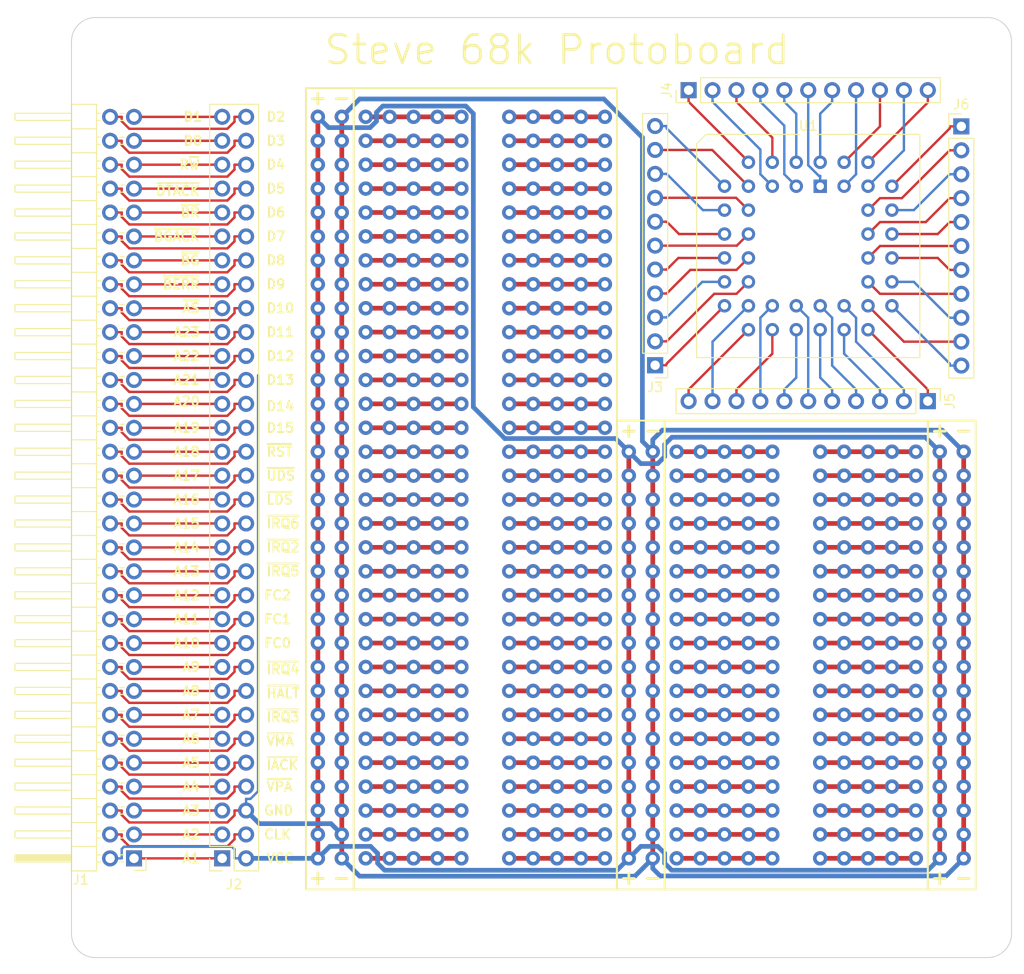
<source format=kicad_pcb>
(kicad_pcb (version 20211014) (generator pcbnew)
  (title_block (date "2022-02") (rev "1.0"))
  (layers (0 "F.Cu" signal) (31 "B.Cu" signal) (34 "B.Paste" user) (35 "F.Paste" user) (36 "B.SilkS" user "B.Silkscreen") (37 "F.SilkS" user "F.Silkscreen") (38 "B.Mask" user) (39 "F.Mask" user) (44 "Edge.Cuts" user))
  (net 0 "")
  (net 1 "GND")
  (net 2 "/A1")
  (net 3 "/A2")
  (net 4 "/A3")
  (net 5 "/A4")
  (net 6 "/A5")
  (net 7 "/A6")
  (net 8 "/A7")
  (net 9 "/A8")
  (net 10 "/A9")
  (net 11 "/A10")
  (net 12 "/A11")
  (net 13 "/A12")
  (net 14 "/A13")
  (net 15 "/A14")
  (net 16 "/A15")
  (net 17 "/A16")
  (net 18 "/A17")
  (net 19 "/A18")
  (net 20 "/A19")
  (net 21 "/A20")
  (net 22 "/A21")
  (net 23 "/A22")
  (net 24 "/A23")
  (net 25 "/~{AS}")
  (net 26 "/~{BERR}")
  (net 27 "/~{IRQ3}")
  (net 28 "/~{IRQ5}")
  (net 29 "/CLK")
  (net 30 "/D0")
  (net 31 "/D1")
  (net 32 "/D2")
  (net 33 "/D3")
  (net 34 "/D4")
  (net 35 "/D5")
  (net 36 "/D6")
  (net 37 "/D7")
  (net 38 "/D8")
  (net 39 "/D9")
  (net 40 "/D10")
  (net 41 "/D11")
  (net 42 "/D12")
  (net 43 "/D13")
  (net 44 "/D14")
  (net 45 "/D15")
  (net 46 "/~{UDS}")
  (net 47 "/~{LDS}")
  (net 48 "/R~{W}")
  (net 49 "/~{DTACK}")
  (net 50 "/~{RESET}")
  (net 51 "/~{HALT}")
  (net 52 "/FC0")
  (net 53 "/FC1")
  (net 54 "/FC2")
  (net 55 "/~{BG}")
  (net 56 "/~{BGACK}")
  (net 57 "/~{BR}")
  (net 58 "/~{VMA}")
  (net 59 "/~{VPA}")
  (net 60 "VCC")
  (net 61 "/~{IRQ4}")
  (net 62 "/~{IRQ2}")
  (net 63 "/~{IRQ6}")
  (net 64 "/~{IACK}")
  (net 65 "Net-(J3-Pad1)")
  (net 66 "Net-(J3-Pad2)")
  (net 67 "Net-(J3-Pad3)")
  (net 68 "Net-(J3-Pad4)")
  (net 69 "Net-(J3-Pad5)")
  (net 70 "Net-(J3-Pad6)")
  (net 71 "Net-(J3-Pad7)")
  (net 72 "Net-(J3-Pad8)")
  (net 73 "Net-(J3-Pad9)")
  (net 74 "Net-(J3-Pad10)")
  (net 75 "Net-(J3-Pad11)")
  (net 76 "Net-(J4-Pad1)")
  (net 77 "Net-(J4-Pad2)")
  (net 78 "Net-(J4-Pad3)")
  (net 79 "Net-(J4-Pad4)")
  (net 80 "Net-(J4-Pad5)")
  (net 81 "Net-(J4-Pad6)")
  (net 82 "Net-(J4-Pad7)")
  (net 83 "Net-(J4-Pad8)")
  (net 84 "Net-(J4-Pad9)")
  (net 85 "Net-(J4-Pad10)")
  (net 86 "Net-(J4-Pad11)")
  (net 87 "Net-(J5-Pad1)")
  (net 88 "Net-(J5-Pad2)")
  (net 89 "Net-(J5-Pad3)")
  (net 90 "Net-(J5-Pad4)")
  (net 91 "Net-(J5-Pad5)")
  (net 92 "Net-(J5-Pad6)")
  (net 93 "Net-(J5-Pad7)")
  (net 94 "Net-(J5-Pad8)")
  (net 95 "Net-(J5-Pad9)")
  (net 96 "Net-(J5-Pad10)")
  (net 97 "Net-(J5-Pad11)")
  (net 98 "Net-(J6-Pad1)")
  (net 99 "Net-(J6-Pad2)")
  (net 100 "Net-(J6-Pad3)")
  (net 101 "Net-(J6-Pad4)")
  (net 102 "Net-(J6-Pad5)")
  (net 103 "Net-(J6-Pad6)")
  (net 104 "Net-(J6-Pad7)")
  (net 105 "Net-(J6-Pad8)")
  (net 106 "Net-(J6-Pad9)")
  (net 107 "Net-(J6-Pad10)")
  (net 108 "Net-(J6-Pad11)")
  (footprint "MountingHole:MountingHole_3.2mm_M3" (layer "F.Cu") (at 192.532 50.419)
    (fp_text reference "H1" hide)
    (fp_text value "MountingHole")
  )
  (footprint "MountingHole:MountingHole_3.2mm_M3" (layer "F.Cu") (at 192.532 142.621)
    (fp_text reference "H2" hide)
    (fp_text value "MountingHole")
  )
  (footprint "MountingHole:MountingHole_3.2mm_M3" (layer "F.Cu") (at 106.172 50.419)
    (fp_text reference "H3" hide)
    (fp_text value "MountingHole")
  )
  (footprint "MountingHole:MountingHole_3.2mm_M3" (layer "F.Cu") (at 106.172 142.621)
    (fp_text reference "H4" hide)
    (fp_text value "MountingHole")
  )
  (footprint "Connector_PinSocket_2.54mm:PinSocket_2x32_P2.54mm_Vertical" (layer "F.Cu") (at 112.522 135.89 180)
    (fp_text reference "J2")
    (fp_text value "Conn_02x32_Odd_Even")
  )
  (footprint "Common:Protoboard" (layer "F.Cu") (at 150.622 69.85)
    (fp_text reference "REF**" hide)
    (fp_text value "Protoboard" hide)
  )
  (footprint "Common:Protoboard" (layer "F.Cu") (at 183.642 125.728)
    (fp_text reference "REF**" hide)
    (fp_text value "Protoboard" hide)
  )
  (footprint "Connector_PinHeader_2.54mm:PinHeader_1x11_P2.54mm_Vertical" (layer "F.Cu") (at 162.052 54.32 90)
    (fp_text reference "J4")
    (fp_text value "Conn_01x11_Female" hide)
  )
  (footprint "Common:Protoboard" (layer "F.Cu") (at 183.642 120.65)
    (fp_text reference "REF**" hide)
    (fp_text value "Protoboard" hide)
  )
  (footprint "Common:Protoboard" (layer "F.Cu") (at 183.642 110.488)
    (fp_text reference "REF**" hide)
    (fp_text value "Protoboard" hide)
  )
  (footprint "Common:Protoboard" (layer "F.Cu") (at 150.622 85.092)
    (fp_text reference "REF**" hide)
    (fp_text value "Protoboard" hide)
  )
  (footprint "Common:Protoboard" (layer "F.Cu") (at 150.622 120.65)
    (fp_text reference "REF**" hide)
    (fp_text value "Protoboard" hide)
  )
  (footprint "Common:Protoboard" (layer "F.Cu") (at 150.622 115.568)
    (fp_text reference "REF**" hide)
    (fp_text value "Protoboard" hide)
  )
  (footprint "Common:Protoboard" (layer "F.Cu") (at 150.622 100.33)
    (fp_text reference "REF**" hide)
    (fp_text value "Protoboard" hide)
  )
  (footprint "Connector_PinHeader_2.54mm:PinHeader_1x11_P2.54mm_Vertical" (layer "F.Cu") (at 158.496 83.53 180)
    (fp_text reference "J3")
    (fp_text value "Conn_01x11_Female" hide)
  )
  (footprint "Common:Protoboard" (layer "F.Cu") (at 163.322 120.65 90)
    (fp_text reference "REF**" hide)
    (fp_text value "Protoboard" hide)
  )
  (footprint "Common:Protoboard" (layer "F.Cu") (at 150.622 105.408)
    (fp_text reference "REF**" hide)
    (fp_text value "Protoboard" hide)
  )
  (footprint "Connector_PinHeader_2.54mm:PinHeader_1x11_P2.54mm_Vertical" (layer "F.Cu") (at 191.008 58.166)
    (fp_text reference "J6")
    (fp_text value "Conn_01x11_Female" hide)
  )
  (footprint "Common:Single" (layer "F.Cu") (at 125.222 95.25 180)
    (fp_text reference "REF**" hide)
    (fp_text value "Single" hide)
  )
  (footprint "Common:Protoboard" (layer "F.Cu") (at 135.382 115.568)
    (fp_text reference "REF**" hide)
    (fp_text value "Protoboard" hide)
  )
  (footprint "Common:Protoboard" (layer "F.Cu") (at 135.382 64.772)
    (fp_text reference "REF**" hide)
    (fp_text value "Protoboard" hide)
  )
  (footprint "Common:Protoboard" (layer "F.Cu") (at 183.642 140.97)
    (fp_text reference "REF**" hide)
    (fp_text value "Protoboard" hide)
  )
  (footprint "Common:Single" (layer "F.Cu") (at 125.222 82.55 180)
    (fp_text reference "REF**" hide)
    (fp_text value "Single" hide)
  )
  (footprint "Common:Protoboard" (layer "F.Cu") (at 150.622 64.772)
    (fp_text reference "REF**" hide)
    (fp_text value "Protoboard" hide)
  )
  (footprint "Common:Single" (layer "F.Cu") (at 122.682 69.85 180)
    (fp_text reference "REF**" hide)
    (fp_text value "Single" hide)
  )
  (footprint "Common:Protoboard" (layer "F.Cu") (at 163.322 107.95 90)
    (fp_text reference "REF**" hide)
    (fp_text value "Protoboard" hide)
  )
  (footprint "Common:double" (layer "F.Cu") (at 155.702 140.97)
    (fp_text reference "REF**" hide)
    (fp_text value "double" hide)
  )
  (footprint "Common:Protoboard" (layer "F.Cu") (at 135.382 130.808)
    (fp_text reference "REF**" hide)
    (fp_text value "Protoboard" hide)
  )
  (footprint "Common:Protoboard" (layer "F.Cu") (at 135.382 125.728)
    (fp_text reference "REF**" hide)
    (fp_text value "Protoboard" hide)
  )
  (footprint "Common:Protoboard" (layer "F.Cu") (at 135.382 135.89)
    (fp_text reference "REF**" hide)
    (fp_text value "Protoboard" hide)
  )
  (footprint "Common:Protoboard" (layer "F.Cu") (at 135.382 110.488)
    (fp_text reference "REF**" hide)
    (fp_text value "Protoboard" hide)
  )
  (footprint "Common:Protoboard" (layer "F.Cu") (at 183.642 100.33)
    (fp_text reference "REF**" hide)
    (fp_text value "Protoboard" hide)
  )
  (footprint "Common:quad" (layer "F.Cu") (at 188.72 138.432)
    (fp_text reference "REF**" hide)
    (fp_text value "quad" hide)
  )
  (footprint "Common:Protoboard" (layer "F.Cu") (at 168.402 105.408)
    (fp_text reference "REF**" hide)
    (fp_text value "Protoboard" hide)
  )
  (footprint "Common:Single" (layer "F.Cu") (at 125.222 69.85 180)
    (fp_text reference "REF**" hide)
    (fp_text value "Single" hide)
  )
  (footprint "Common:double" (layer "F.Cu") (at 188.72 140.97)
    (fp_text reference "REF**" hide)
    (fp_text value "double" hide)
  )
  (footprint "Common:Protoboard" (layer "F.Cu") (at 196.342 95.25 90)
    (fp_text reference "REF**" hide)
    (fp_text value "Protoboard" hide)
  )
  (footprint "Common:Protoboard" (layer "F.Cu") (at 183.642 130.808)
    (fp_text reference "REF**" hide)
    (fp_text value "Protoboard" hide)
  )
  (footprint "Common:Protoboard" (layer "F.Cu") (at 135.382 95.25)
    (fp_text reference "REF**" hide)
    (fp_text value "Protoboard" hide)
  )
  (footprint "Common:Protoboard" (layer "F.Cu") (at 163.324 95.25 90)
    (fp_text reference "REF**" hide)
    (fp_text value "Protoboard" hide)
  )
  (footprint "Common:Protoboard" (layer "F.Cu") (at 130.302 110.49 90)
    (fp_text reference "REF**" hide)
    (fp_text value "Protoboard" hide)
  )
  (footprint "Common:Protoboard" (layer "F.Cu") (at 135.382 69.85)
    (fp_text reference "REF**" hide)
    (fp_text value "Protoboard" hide)
  )
  (footprint "Connector_PinHeader_2.54mm:PinHeader_2x32_P2.54mm_Horizontal" (layer "F.Cu") (at 103.16 135.895 180)
    (fp_text reference "J1")
    (fp_text value "Conn_02x32_Odd_Even")
  )
  (footprint "Common:quad" (layer "F.Cu") (at 155.702 138.43)
    (fp_text reference "REF**" hide)
    (fp_text value "quad" hide)
  )
  (footprint "Common:Protoboard" (layer "F.Cu") (at 150.622 125.728)
    (fp_text reference "REF**" hide)
    (fp_text value "Protoboard" hide)
  )
  (footprint "Common:Protoboard" (layer "F.Cu") (at 135.382 105.408)
    (fp_text reference "REF**" hide)
    (fp_text value "Protoboard" hide)
  )
  (footprint "Common:quad" (layer "F.Cu") (at 122.682 140.97)
    (fp_text reference "REF**" hide)
    (fp_text value "quad" hide)
  )
  (footprint "Common:Protoboard" (layer "F.Cu") (at 150.622 74.93)
    (fp_text reference "REF**" hide)
    (fp_text value "Protoboard" hide)
  )
  (footprint "Common:Protoboard" (layer "F.Cu") (at 183.642 115.568)
    (fp_text reference "REF**" hide)
    (fp_text value "Protoboard" hide)
  )
  (footprint "Common:Protoboard" (layer "F.Cu") (at 196.34 107.95 90)
    (fp_text reference "REF**" hide)
    (fp_text value "Protoboard" hide)
  )
  (footprint "Common:Protoboard" (layer "F.Cu") (at 168.402 140.97)
    (fp_text reference "REF**" hide)
    (fp_text value "Protoboard" hide)
  )
  (footprint "Common:Protoboard" (layer "F.Cu") (at 150.622 95.25)
    (fp_text reference "REF**" hide)
    (fp_text value "Protoboard" hide)
  )
  (footprint "Common:Protoboard" (layer "F.Cu") (at 196.34 120.65 90)
    (fp_text reference "REF**" hide)
    (fp_text value "Protoboard" hide)
  )
  (footprint "Common:Single" (layer "F.Cu") (at 125.222 57.15 180)
    (fp_text reference "REF**" hide)
    (fp_text value "Single" hide)
  )
  (footprint "Common:Protoboard" (layer "F.Cu") (at 168.402 120.65)
    (fp_text reference "REF**" hide)
    (fp_text value "Protoboard" hide)
  )
  (footprint "Common:Protoboard" (layer "F.Cu") (at 150.622 135.89)
    (fp_text reference "REF**" hide)
    (fp_text value "Protoboard" hide)
  )
  (footprint "Common:Single" (layer "F.Cu") (at 122.682 82.55 180)
    (fp_text reference "REF**" hide)
    (fp_text value "Single" hide)
  )
  (footprint "Common:Protoboard" (layer "F.Cu") (at 150.622 130.808)
    (fp_text reference "REF**" hide)
    (fp_text value "Protoboard" hide)
  )
  (footprint "Common:Protoboard" (layer "F.Cu") (at 150.622 80.01)
    (fp_text reference "REF**" hide)
    (fp_text value "Protoboard" hide)
  )
  (footprint "Common:Protoboard" (layer "F.Cu") (at 135.382 90.17)
    (fp_text reference "REF**" hide)
    (fp_text value "Protoboard" hide)
  )
  (footprint "Common:Protoboard" (layer "F.Cu") (at 150.622 140.97)
    (fp_text reference "REF**" hide)
    (fp_text value "Protoboard" hide)
  )
  (footprint "Common:Protoboard" (layer "F.Cu") (at 168.402 100.33)
    (fp_text reference "REF**" hide)
    (fp_text value "Protoboard" hide)
  )
  (footprint "Connector_PinHeader_2.54mm:PinHeader_1x11_P2.54mm_Vertical" (layer "F.Cu") (at 187.452 87.34 -90)
    (fp_text reference "J5")
    (fp_text value "Conn_01x11_Female" hide)
  )
  (footprint "Common:Protoboard" (layer "F.Cu") (at 168.402 125.728)
    (fp_text reference "REF**" hide)
    (fp_text value "Protoboard" hide)
  )
  (footprint "Common:Single" (layer "F.Cu") (at 122.682 95.25 180)
    (fp_text reference "REF**" hide)
    (fp_text value "Single" hide)
  )
  (footprint "Common:Protoboard" (layer "F.Cu") (at 135.382 100.33)
    (fp_text reference "REF**" hide)
    (fp_text value "Protoboard" hide)
  )
  (footprint "Common:Protoboard" (layer "F.Cu") (at 168.402 130.808)
    (fp_text reference "REF**" hide)
    (fp_text value "Protoboard" hide)
  )
  (footprint "Common:Protoboard" (layer "F.Cu") (at 135.382 140.97)
    (fp_text reference "REF**" hide)
    (fp_text value "Protoboard" hide)
  )
  (footprint "Common:Protoboard" (layer "F.Cu") (at 135.382 80.01)
    (fp_text reference "REF**" hide)
    (fp_text value "Protoboard" hide)
  )
  (footprint "Common:Protoboard" (layer "F.Cu") (at 130.302 123.19 90)
    (fp_text reference "REF**" hide)
    (fp_text value "Protoboard" hide)
  )
  (footprint "Common:Protoboard" (layer "F.Cu") (at 183.642 105.408)
    (fp_text reference "REF**" hide)
    (fp_text value "Protoboard" hide)
  )
  (footprint "Common:Protoboard" (layer "F.Cu") (at 135.382 74.93)
    (fp_text reference "REF**" hide)
    (fp_text value "Protoboard" hide)
  )
  (footprint "Common:Protoboard" (layer "F.Cu") (at 150.622 110.488)
    (fp_text reference "REF**" hide)
    (fp_text value "Protoboard" hide)
  )
  (footprint "Common:Protoboard" (layer "F.Cu") (at 168.402 110.488)
    (fp_text reference "REF**" hide)
    (fp_text value "Protoboard" hide)
  )
  (footprint "Common:Protoboard" (layer "F.Cu") (at 183.642 135.89)
    (fp_text reference "REF**" hide)
    (fp_text value "Protoboard" hide)
  )
  (footprint "Common:Single" (layer "F.Cu") (at 122.682 57.15 180)
    (fp_text reference "REF**" hide)
    (fp_text value "Single" hide)
  )
  (footprint "Common:Protoboard" (layer "F.Cu") (at 150.622 90.17)
    (fp_text reference "REF**" hide)
    (fp_text value "Protoboard" hide)
  )
  (footprint "Common:Protoboard" (layer "F.Cu") (at 135.382 120.65)
    (fp_text reference "REF**" hide)
    (fp_text value "Protoboard" hide)
  )
  (footprint "Package_LCC:PLCC-44_THT-Socket" (layer "F.Cu") (at 176.022 64.516)
    (fp_text reference "U1")
    (fp_text value "PLCC_44")
  )
  (footprint "Common:Protoboard" (layer "F.Cu") (at 135.382 85.092)
    (fp_text reference "REF**" hide)
    (fp_text value "Protoboard" hide)
  )
  (footprint "Common:Protoboard" (layer "F.Cu") (at 168.402 135.89)
    (fp_text reference "REF**" hide)
    (fp_text value "Protoboard" hide)
  )
  (footprint "Common:Protoboard" (layer "F.Cu") (at 168.402 115.568)
    (fp_text reference "REF**" hide)
    (fp_text value "Protoboard" hide)
  )
  (gr_rect (start 159.512 89.408) (end 187.452 139.192) (layer "F.SilkS") (width 0.2) (fill none))
  (gr_rect (start 121.412 54.102) (end 126.492 139.192) (layer "F.SilkS") (width 0.2) (fill none))
  (gr_rect (start 126.492 54.102) (end 154.432 139.192) (layer "F.SilkS") (width 0.2) (fill none))
  (gr_rect (start 187.452 89.408) (end 192.532 139.192) (layer "F.SilkS") (width 0.2) (fill none))
  (gr_rect (start 154.432 89.408) (end 159.512 139.192) (layer "F.SilkS") (width 0.2) (fill none))
  (gr_arc (start 196.342 143.891) (mid 195.598051 145.687051) (end 193.802 146.431) (layer "Edge.Cuts") (width 0.1))
  (gr_line (start 193.802 46.609) (end 99.06 46.609) (layer "Edge.Cuts") (width 0.1))
  (gr_arc (start 193.802 46.609) (mid 195.598051 47.352949) (end 196.342 49.149) (layer "Edge.Cuts") (width 0.1))
  (gr_line (start 196.342 143.891) (end 196.342 49.149) (layer "Edge.Cuts") (width 0.1))
  (gr_line (start 99.06 146.431) (end 193.802 146.431) (layer "Edge.Cuts") (width 0.1))
  (gr_arc (start 96.52 49.149) (mid 97.263949 47.352949) (end 99.06 46.609) (layer "Edge.Cuts") (width 0.1))
  (gr_line (start 96.52 49.149) (end 96.52 143.891) (layer "Edge.Cuts") (width 0.1))
  (gr_arc (start 99.06 146.431) (mid 97.263949 145.687051) (end 96.52 143.891) (layer "Edge.Cuts") (width 0.1))
  (gr_text "A1" (at 110.256 135.89) (layer "F.SilkS") (effects (font (size 1 1) (thickness 0.2)) (justify right)))
  (gr_text "R~{W}" (at 110.256 62.23) (layer "F.SilkS") (effects (font (size 1 1) (thickness 0.2)) (justify right)))
  (gr_text "A14" (at 110.256 102.87) (layer "F.SilkS") (effects (font (size 1 1) (thickness 0.2)) (justify right)))
  (gr_text "A23" (at 110.256 80.01) (layer "F.SilkS") (effects (font (size 1 1) (thickness 0.2)) (justify right)))
  (gr_text "~{IRQ4}" (at 117.114 115.824) (layer "F.SilkS") (effects (font (size 1 1) (thickness 0.2)) (justify left)))
  (gr_text "-" (at 125.222 137.922) (layer "F.SilkS") (effects (font (size 1.5 1.5) (thickness 0.3))))
  (gr_text "GND" (at 116.86 130.81) (layer "F.SilkS") (effects (font (size 1 1) (thickness 0.2)) (justify left)))
  (gr_text "A6" (at 110.256 123.19) (layer "F.SilkS") (effects (font (size 1 1) (thickness 0.2)) (justify right)))
  (gr_text "D9" (at 117.114 74.93) (layer "F.SilkS") (effects (font (size 1 1) (thickness 0.2)) (justify left)))
  (gr_text "-" (at 158.242 137.922) (layer "F.SilkS") (effects (font (size 1.5 1.5) (thickness 0.3))))
  (gr_text "D12" (at 117.114 82.55) (layer "F.SilkS") (effects (font (size 1 1) (thickness 0.2)) (justify left)))
  (gr_text "A13" (at 110.256 105.41) (layer "F.SilkS") (effects (font (size 1 1) (thickness 0.2)) (justify right)))
  (gr_text "-" (at 125.222 55.118) (layer "F.SilkS") (effects (font (size 1.5 1.5) (thickness 0.3))))
  (gr_text "A17" (at 110.256 95.25) (layer "F.SilkS") (effects (font (size 1 1) (thickness 0.2)) (justify right)))
  (gr_text "A5" (at 110.256 125.73) (layer "F.SilkS") (effects (font (size 1 1) (thickness 0.2)) (justify right)))
  (gr_text "D5" (at 117.114 64.77) (layer "F.SilkS") (effects (font (size 1 1) (thickness 0.2)) (justify left)))
  (gr_text "A2" (at 110.256 133.35) (layer "F.SilkS") (effects (font (size 1 1) (thickness 0.2)) (justify right)))
  (gr_text "~{LDS}" (at 117.114 97.79) (layer "F.SilkS") (effects (font (size 1 1) (thickness 0.2)) (justify left)))
  (gr_text "A11" (at 110.256 110.49) (layer "F.SilkS") (effects (font (size 1 1) (thickness 0.2)) (justify right)))
  (gr_text "~{IRQ6}" (at 117.114 100.33) (layer "F.SilkS") (effects (font (size 1 1) (thickness 0.2)) (justify left)))
  (gr_text "D2" (at 117.114 57.15) (layer "F.SilkS") (effects (font (size 1 1) (thickness 0.2)) (justify left)))
  (gr_text "~{HALT}" (at 117.114 118.364) (layer "F.SilkS") (effects (font (size 1 1) (thickness 0.2)) (justify left)))
  (gr_text "VCC" (at 117.114 135.89) (layer "F.SilkS") (effects (font (size 1 1) (thickness 0.2)) (justify left)))
  (gr_text "A18" (at 110.256 92.71) (layer "F.SilkS") (effects (font (size 1 1) (thickness 0.2)) (justify right)))
  (gr_text "~{IRQ5}" (at 117.114 105.41) (layer "F.SilkS") (effects (font (size 1 1) (thickness 0.2)) (justify left)))
  (gr_text "A12" (at 110.256 107.95) (layer "F.SilkS") (effects (font (size 1 1) (thickness 0.2)) (justify right)))
  (gr_text "FC2" (at 116.86 107.95) (layer "F.SilkS") (effects (font (size 1 1) (thickness 0.2)) (justify left)))
  (gr_text "A15" (at 110.256 100.33) (layer "F.SilkS") (effects (font (size 1 1) (thickness 0.2)) (justify right)))
  (gr_text "~{AS}" (at 110.256 77.47) (layer "F.SilkS") (effects (font (size 1 1) (thickness 0.2)) (justify right)))
  (gr_text "FC0" (at 116.86 113.03) (layer "F.SilkS") (effects (font (size 1 1) (thickness 0.2)) (justify left)))
  (gr_text "D8" (at 117.114 72.39) (layer "F.SilkS") (effects (font (size 1 1) (thickness 0.2)) (justify left)))
  (gr_text "A20" (at 110.256 87.376) (layer "F.SilkS") (effects (font (size 1 1) (thickness 0.2)) (justify right)))
  (gr_text "~{IRQ2}" (at 117.114 102.87) (layer "F.SilkS") (effects (font (size 1 1) (thickness 0.2)) (justify left)))
  (gr_text "FC1" (at 116.86 110.49) (layer "F.SilkS") (effects (font (size 1 1) (thickness 0.2)) (justify left)))
  (gr_text "~{RST}" (at 117.114 92.71) (layer "F.SilkS") (effects (font (size 1 1) (thickness 0.2)) (justify left)))
  (gr_text "~{BG}" (at 110.256 72.39) (layer "F.SilkS") (effects (font (size 1 1) (thickness 0.2)) (justify right)))
  (gr_text "D6" (at 117.114 67.31) (layer "F.SilkS") (effects (font (size 1 1) (thickness 0.2)) (justify left)))
  (gr_text "A21" (at 110.256 85.09) (layer "F.SilkS") (effects (font (size 1 1) (thickness 0.2)) (justify right)))
  (gr_text "+" (at 155.702 137.922) (layer "F.SilkS") (effects (font (size 1.5 1.5) (thickness 0.3))))
  (gr_text "+" (at 122.682 55.118) (layer "F.SilkS") (effects (font (size 1.5 1.5) (thickness 0.3))))
  (gr_text "+" (at 122.682 137.922) (layer "F.SilkS") (effects (font (size 1.5 1.5) (thickness 0.3))))
  (gr_text "D10" (at 117.114 77.47) (layer "F.SilkS") (effects (font (size 1 1) (thickness 0.2)) (justify left)))
  (gr_text "~{UDS}" (at 117.114 95.25) (layer "F.SilkS") (effects (font (size 1 1) (thickness 0.2)) (justify left)))
  (gr_text "A8" (at 110.256 118.11) (layer "F.SilkS") (effects (font (size 1 1) (thickness 0.2)) (justify right)))
  (gr_text "D3" (at 117.114 59.69) (layer "F.SilkS") (effects (font (size 1 1) (thickness 0.2)) (justify left)))
  (gr_text "D11" (at 117.114 80.01) (layer "F.SilkS") (effects (font (size 1 1) (thickness 0.2)) (justify left)))
  (gr_text "~{IACK}" (at 117.114 125.984) (layer "F.SilkS") (effects (font (size 1 1) (thickness 0.2)) (justify left)))
  (gr_text "D14" (at 117.114 87.884) (layer "F.SilkS") (effects (font (size 1 1) (thickness 0.2)) (justify left)))
  (gr_text "A4" (at 110.256 128.27) (layer "F.SilkS") (effects (font (size 1 1) (thickness 0.2)) (justify right)))
  (gr_text "~{VPA}" (at 117.114 128.27) (layer "F.SilkS") (effects (font (size 1 1) (thickness 0.2)) (justify left)))
  (gr_text "D1" (at 110.51 57.15) (layer "F.SilkS") (effects (font (size 1 1) (thickness 0.2)) (justify right)))
  (gr_text "~{DTACK}" (at 110.256 65.024) (layer "F.SilkS") (effects (font (size 1 1) (thickness 0.2)) (justify right)))
  (gr_text "Steve 68k Protoboard" (at 148.082 50.038) (layer "F.SilkS") (effects (font (size 3 3) (thickness 0.3))))
  (gr_text "~{VMA}" (at 117.114 123.444) (layer "F.SilkS") (effects (font (size 1 1) (thickness 0.2)) (justify left)))
  (gr_text "A7" (at 110.256 120.65) (layer "F.SilkS") (effects (font (size 1 1) (thickness 0.2)) (justify right)))
  (gr_text "A9" (at 110.256 115.57) (layer "F.SilkS") (effects (font (size 1 1) (thickness 0.2)) (justify right)))
  (gr_text "-" (at 158.242 90.424) (layer "F.SilkS") (effects (font (size 1.5 1.5) (thickness 0.3))))
  (gr_text "~{IRQ3}" (at 117.114 120.904) (layer "F.SilkS") (effects (font (size 1 1) (thickness 0.2)) (justify left)))
  (gr_text "D0" (at 110.51 59.69) (layer "F.SilkS") (effects (font (size 1 1) (thickness 0.2)) (justify right)))
  (gr_text "A22" (at 110.256 82.55) (layer "F.SilkS") (effects (font (size 1 1) (thickness 0.2)) (justify right)))
  (gr_text "+" (at 155.702 90.424) (layer "F.SilkS") (effects (font (size 1.5 1.5) (thickness 0.3))))
  (gr_text "D4" (at 117.114 62.23) (layer "F.SilkS") (effects (font (size 1 1) (thickness 0.2)) (justify left)))
  (gr_text "D7" (at 117.114 69.85) (layer "F.SilkS") (effects (font (size 1 1) (thickness 0.2)) (justify left)))
  (gr_text "+" (at 188.722 137.922) (layer "F.SilkS") (effects (font (size 1.5 1.5) (thickness 0.3))))
  (gr_text "-" (at 191.262 90.424) (layer "F.SilkS") (effects (font (size 1.5 1.5) (thickness 0.3))))
  (gr_text "A10" (at 110.256 113.03) (layer "F.SilkS") (effects (font (size 1 1) (thickness 0.2)) (justify right)))
  (gr_text "A19" (at 110.256 90.17) (layer "F.SilkS") (effects (font (size 1 1) (thickness 0.2)) (justify right)))
  (gr_text "A3" (at 110.256 130.81) (layer "F.SilkS") (effects (font (size 1 1) (thickness 0.2)) (justify right)))
  (gr_text "~{BERR}" (at 110.256 74.93) (layer "F.SilkS") (effects (font (size 1 1) (thickness 0.2)) (justify right)))
  (gr_text "~{BR}" (at 110.256 67.31) (layer "F.SilkS") (effects (font (size 1 1) (thickness 0.2)) (justify right)))
  (gr_text "CLK" (at 116.86 133.35) (layer "F.SilkS") (effects (font (size 1 1) (thickness 0.2)) (justify left)))
  (gr_text "D15" (at 117.114 90.17) (layer "F.SilkS") (effects (font (size 1 1) (thickness 0.2)) (justify left)))
  (gr_text "+" (at 188.722 90.424) (layer "F.SilkS") (effects (font (size 1.5 1.5) (thickness 0.3))))
  (gr_text "-" (at 191.262 137.922) (layer "F.SilkS") (effects (font (size 1.5 1.5) (thickness 0.3))))
  (gr_text "A16" (at 110.256 97.79) (layer "F.SilkS") (effects (font (size 1 1) (thickness 0.2)) (justify right)))
  (gr_text "~{BGACK}" (at 110.256 69.85) (layer "F.SilkS") (effects (font (size 1 1) (thickness 0.2)) (justify right)))
  (gr_text "D13" (at 117.114 85.09) (layer "F.SilkS") (effects (font (size 1 1) (thickness 0.2)) (justify left)))
  (segment (start 176.022 123.188) (end 186.182 123.188) (width 0.5) (layer "F.Cu") (net 0))
  (segment (start 176.022 128.27) (end 186.182 128.27) (width 0.5) (layer "F.Cu") (net 0))
  (segment (start 143.002 123.188) (end 153.162 123.188) (width 0.5) (layer "F.Cu") (net 0))
  (segment (start 160.782 123.188) (end 170.942 123.188) (width 0.5) (layer "F.Cu") (net 0))
  (segment (start 128.27 57.152) (end 138.43 57.152) (width 0.5) (layer "F.Cu") (net 0))
  (segment (start 137.922 95.25) (end 127.762 95.25) (width 0.5) (layer "F.Cu") (net 0))
  (segment (start 176.022 113.03) (end 186.182 113.03) (width 0.5) (layer "F.Cu") (net 0))
  (segment (start 176.022 133.35) (end 186.182 133.35) (width 0.5) (layer "F.Cu") (net 0))
  (segment (start 127.762 133.35) (end 137.922 133.35) (width 0.5) (layer "F.Cu") (net 0))
  (segment (start 127.762 67.31) (end 137.922 67.31) (width 0.5) (layer "F.Cu") (net 0))
  (segment (start 137.922 69.85) (end 127.762 69.85) (width 0.5) (layer "F.Cu") (net 0))
  (segment (start 137.922 105.408) (end 127.762 105.408) (width 0.5) (layer "F.Cu") (net 0))
  (segment (start 127.762 72.39) (end 137.922 72.39) (width 0.5) (layer "F.Cu") (net 0))
  (segment (start 176.022 97.788) (end 186.182 97.788) (width 0.5) (layer "F.Cu") (net 0))
  (segment (start 186.182 120.648) (end 176.022 120.648) (width 0.5) (layer "F.Cu") (net 0))
  (segment (start 137.922 85.09) (end 127.762 85.09) (width 0.5) (layer "F.Cu") (net 0))
  (segment (start 170.942 105.408) (end 160.782 105.408) (width 0.5) (layer "F.Cu") (net 0))
  (segment (start 137.922 64.77) (end 127.762 64.77) (width 0.5) (layer "F.Cu") (net 0))
  (segment (start 176.022 102.868) (end 186.182 102.868) (width 0.5) (layer "F.Cu") (net 0))
  (segment (start 143.002 133.35) (end 153.162 133.35) (width 0.5) (layer "F.Cu") (net 0))
  (segment (start 153.162 105.408) (end 143.002 105.408) (width 0.5) (layer "F.Cu") (net 0))
  (segment (start 128.27 62.23) (end 138.43 62.23) (width 0.5) (layer "F.Cu") (net 0))
  (segment (start 160.782 107.948) (end 170.942 107.948) (width 0.5) (layer "F.Cu") (net 0))
  (segment (start 170.942 115.57) (end 160.782 115.57) (width 0.5) (layer "F.Cu") (net 0))
  (segment (start 160.782 113.03) (end 170.942 113.03) (width 0.5) (layer "F.Cu") (net 0))
  (segment (start 127.762 113.03) (end 137.922 113.03) (width 0.5) (layer "F.Cu") (net 0))
  (segment (start 143.002 67.31) (end 153.162 67.31) (width 0.5) (layer "F.Cu") (net 0))
  (segment (start 137.922 130.81) (end 127.762 130.81) (width 0.5) (layer "F.Cu") (net 0))
  (segment (start 160.782 102.868) (end 170.942 102.868) (width 0.5) (layer "F.Cu") (net 0))
  (segment (start 143.002 77.472) (end 153.162 77.472) (width 0.5) (layer "F.Cu") (net 0))
  (segment (start 153.162 74.93) (end 143.002 74.93) (width 0.5) (layer "F.Cu") (net 0))
  (segment (start 170.942 110.488) (end 160.782 110.488) (width 0.5) (layer "F.Cu") (net 0))
  (segment (start 170.942 100.328) (end 160.782 100.328) (width 0.5) (layer "F.Cu") (net 0))
  (segment (start 137.922 100.328) (end 127.762 100.328) (width 0.5) (layer "F.Cu") (net 0))
  (segment (start 143.002 102.868) (end 153.162 102.868) (width 0.5) (layer "F.Cu") (net 0))
  (segment (start 170.942 95.25) (end 160.782 95.25) (width 0.5) (layer "F.Cu") (net 0))
  (segment (start 137.922 110.488) (end 127.762 110.488) (width 0.5) (layer "F.Cu") (net 0))
  (segment (start 153.162 130.81) (end 143.002 130.81) (width 0.5) (layer "F.Cu") (net 0))
  (segment (start 143.002 57.152) (end 153.162 57.152) (width 0.5) (layer "F.Cu") (net 0))
  (segment (start 153.162 59.692) (end 143.002 59.692) (width 0.5) (layer "F.Cu") (net 0))
  (segment (start 143.002 107.948) (end 153.162 107.948) (width 0.5) (layer "F.Cu") (net 0))
  (segment (start 127.762 128.27) (end 137.922 128.27) (width 0.5) (layer "F.Cu") (net 0))
  (segment (start 137.922 135.89) (end 127.762 135.89) (width 0.5) (layer "F.Cu") (net 0))
  (segment (start 176.022 92.71) (end 186.182 92.71) (width 0.5) (layer "F.Cu") (net 0))
  (segment (start 143.002 113.03) (end 153.162 113.03) (width 0.5) (layer "F.Cu") (net 0))
  (segment (start 153.162 125.728) (end 143.002 125.728) (width 0.5) (layer "F.Cu") (net 0))
  (segment (start 170.942 130.81) (end 160.782 130.81) (width 0.5) (layer "F.Cu") (net 0))
  (segment (start 127.762 87.63) (end 137.922 87.63) (width 0.5) (layer "F.Cu") (net 0))
  (segment (start 170.942 120.648) (end 160.782 120.648) (width 0.5) (layer "F.Cu") (net 0))
  (segment (start 160.782 128.27) (end 170.942 128.27) (width 0.5) (layer "F.Cu") (net 0))
  (segment (start 137.922 74.93) (end 127.762 74.93) (width 0.5) (layer "F.Cu") (net 0))
  (segment (start 127.762 82.55) (end 137.922 82.55) (width 0.5) (layer "F.Cu") (net 0))
  (segment (start 127.762 118.108) (end 137.922 118.108) (width 0.5) (layer "F.Cu") (net 0))
  (segment (start 186.182 105.408) (end 176.022 105.408) (width 0.5) (layer "F.Cu") (net 0))
  (segment (start 137.922 80.012) (end 127.762 80.012) (width 0.5) (layer "F.Cu") (net 0))
  (segment (start 153.162 80.012) (end 143.002 80.012) (width 0.5) (layer "F.Cu") (net 0))
  (segment (start 186.182 115.57) (end 176.022 115.57) (width 0.5) (layer "F.Cu") (net 0))
  (segment (start 153.162 95.25) (end 143.002 95.25) (width 0.5) (layer "F.Cu") (net 0))
  (segment (start 127.762 77.472) (end 137.922 77.472) (width 0.5) (layer "F.Cu") (net 0))
  (segment (start 137.922 125.728) (end 127.762 125.728) (width 0.5) (layer "F.Cu") (net 0))
  (segment (start 153.162 69.85) (end 143.002 69.85) (width 0.5) (layer "F.Cu") (net 0))
  (segment (start 176.022 118.108) (end 186.182 118.108) (width 0.5) (layer "F.Cu") (net 0))
  (segment (start 143.002 87.63) (end 153.162 87.63) (width 0.5) (layer "F.Cu") (net 0))
  (segment (start 127.762 97.788) (end 137.922 97.788) (width 0.5) (layer "F.Cu") (net 0))
  (segment (start 127.762 102.868) (end 137.922 102.868) (width 0.5) (layer "F.Cu") (net 0))
  (segment (start 170.942 135.89) (end 160.782 135.89) (width 0.5) (layer "F.Cu") (net 0))
  (segment (start 137.922 120.648) (end 127.762 120.648) (width 0.5) (layer "F.Cu") (net 0))
  (segment (start 186.182 130.81) (end 176.022 130.81) (width 0.5) (layer "F.Cu") (net 0))
  (segment (start 138.43 59.692) (end 128.27 59.692) (width 0.5) (layer "F.Cu") (net 0))
  (segment (start 186.182 135.89) (end 176.022 135.89) (width 0.5) (layer "F.Cu") (net 0))
  (segment (start 153.162 100.328) (end 143.002 100.328) (width 0.5) (layer "F.Cu") (net 0))
  (segment (start 186.182 95.25) (end 176.022 95.25) (width 0.5) (layer "F.Cu") (net 0))
  (segment (start 143.002 62.23) (end 153.162 62.23) (width 0.5) (layer "F.Cu") (net 0))
  (segment (start 143.002 72.39) (end 153.162 72.39) (width 0.5) (layer "F.Cu") (net 0))
  (segment (start 143.002 92.71) (end 153.162 92.71) (width 0.5) (layer "F.Cu") (net 0))
  (segment (start 186.182 100.328) (end 176.022 100.328) (width 0.5) (layer "F.Cu") (net 0))
  (segment (start 153.162 115.57) (end 143.002 115.57) (width 0.5) (layer "F.Cu") (net 0))
  (segment (start 127.762 123.188) (end 137.922 123.188) (width 0.5) (layer "F.Cu") (net 0))
  (segment (start 186.182 110.488) (end 176.022 110.488) (width 0.5) (layer "F.Cu") (net 0))
  (segment (start 153.162 64.77) (end 143.002 64.77) (width 0.5) (layer "F.Cu") (net 0))
  (segment (start 186.182 125.728) (end 176.022 125.728) (width 0.5) (layer "F.Cu") (net 0))
  (segment (start 153.162 110.488) (end 143.002 110.488) (width 0.5) (layer "F.Cu") (net 0))
  (segment (start 153.162 135.89) (end 143.002 135.89) (width 0.5) (layer "F.Cu") (net 0))
  (segment (start 127.762 107.948) (end 137.922 107.948) (width 0.5) (layer "F.Cu") (net 0))
  (segment (start 160.782 97.788) (end 170.942 97.788) (width 0.5) (layer "F.Cu") (net 0))
  (segment (start 143.002 97.788) (end 153.162 97.788) (width 0.5) (layer "F.Cu") (net 0))
  (segment (start 143.002 82.55) (end 153.162 82.55) (width 0.5) (layer "F.Cu") (net 0))
  (segment (start 160.782 92.71) (end 170.942 92.71) (width 0.5) (layer "F.Cu") (net 0))
  (segment (start 170.942 125.728) (end 160.782 125.728) (width 0.5) (layer "F.Cu") (net 0))
  (segment (start 137.922 115.57) (end 127.762 115.57) (width 0.5) (layer "F.Cu") (net 0))
  (segment (start 137.922 90.17) (end 127.762 90.17) (width 0.5) (layer "F.Cu") (net 0))
  (segment (start 160.782 118.108) (end 170.942 118.108) (width 0.5) (layer "F.Cu") (net 0))
  (segment (start 143.002 128.27) (end 153.162 128.27) (width 0.5) (layer "F.Cu") (net 0))
  (segment (start 143.002 118.108) (end 153.162 118.108) (width 0.5) (layer "F.Cu") (net 0))
  (segment (start 153.162 120.648) (end 143.002 120.648) (width 0.5) (layer "F.Cu") (net 0))
  (segment (start 127.762 92.71) (end 137.922 92.71) (width 0.5) (layer "F.Cu") (net 0))
  (segment (start 153.162 85.09) (end 143.002 85.09) (width 0.5) (layer "F.Cu") (net 0))
  (segment (start 160.782 133.35) (end 170.942 133.35) (width 0.5) (layer "F.Cu") (net 0))
  (segment (start 153.162 90.17) (end 143.002 90.17) (width 0.5) (layer "F.Cu") (net 0))
  (segment (start 176.022 107.948) (end 186.182 107.948) (width 0.5) (layer "F.Cu") (net 0))
  (segment (start 125.222 105.41) (end 125.222 57.15) (width 0.5) (layer "F.Cu") (net 1))
  (segment (start 125.222 105.41) (end 125.222 135.89) (width 0.5) (layer "F.Cu") (net 1))
  (segment (start 191.262 135.888) (end 191.26 135.89) (width 0.2) (layer "F.Cu") (net 1))
  (segment (start 191.262 92.71) (end 191.262 135.888) (width 0.5) (layer "F.Cu") (net 1))
  (segment (start 101.851 130.815) (end 101.851 131.277) (width 0.254) (layer "F.Cu") (net 1))
  (segment (start 158.244 92.71) (end 158.244 135.888) (width 0.5) (layer "F.Cu") (net 1))
  (segment (start 101.851 131.277) (end 102.655 132.08) (width 0.254) (layer "F.Cu") (net 1))
  (segment (start 158.244 135.888) (end 158.242 135.89) (width 0.254) (layer "F.Cu") (net 1))
  (segment (start 102.655 132.08) (end 113.071 132.08) (width 0.254) (layer "F.Cu") (net 1))
  (segment (start 113.831 131.32) (end 113.831 130.81) (width 0.254) (layer "F.Cu") (net 1))
  (segment (start 113.071 132.08) (end 113.831 131.32) (width 0.254) (layer "F.Cu") (net 1))
  (segment (start 100.62 130.815) (end 101.851 130.815) (width 0.254) (layer "F.Cu") (net 1))
  (segment (start 113.831 130.81) (end 115.062 130.81) (width 0.254) (layer "F.Cu") (net 1))
  (segment (start 116.332 128.7704) (end 116.332 84.582) (width 0.254) (layer "B.Cu") (net 1))
  (segment (start 158.242 135.89) (end 156.34597 137.78603) (width 0.5) (layer "B.Cu") (net 1))
  (segment (start 157.142489 59.342785) (end 153.055673 55.255969) (width 0.5) (layer "B.Cu") (net 1))
  (segment (start 127.11803 137.78603) (end 125.222 135.89) (width 0.5) (layer "B.Cu") (net 1))
  (segment (start 189.390969 137.759031) (end 159.033401 137.759031) (width 0.5) (layer "B.Cu") (net 1))
  (segment (start 127.116031 55.255969) (end 125.222 57.15) (width 0.5) (layer "B.Cu") (net 1))
  (segment (start 159.033401 137.759031) (end 158.242 136.96763) (width 0.5) (layer "B.Cu") (net 1))
  (segment (start 158.244 92.71) (end 157.142489 91.608489) (width 0.5) (layer "B.Cu") (net 1))
  (segment (start 153.055673 55.255969) (end 127.116031 55.255969) (width 0.5) (layer "B.Cu") (net 1))
  (segment (start 115.062 130.81) (end 115.062 129.5787) (width 0.254) (layer "B.Cu") (net 1))
  (segment (start 125.222 133.35) (end 124.079489 132.207489) (width 0.5) (layer "B.Cu") (net 1))
  (segment (start 191.26 135.89) (end 189.390969 137.759031) (width 0.5) (layer "B.Cu") (net 1))
  (segment (start 157.142489 91.608489) (end 157.142489 59.342785) (width 0.5) (layer "B.Cu") (net 1))
  (segment (start 158.244 91.438) (end 158.244 92.71) (width 0.5) (layer "B.Cu") (net 1))
  (segment (start 116.459489 132.207489) (end 115.062 130.81) (width 0.5) (layer "B.Cu") (net 1))
  (segment (start 158.242 136.96763) (end 158.242 135.89) (width 0.5) (layer "B.Cu") (net 1))
  (segment (start 115.5237 129.5787) (end 116.332 128.7704) (width 0.254) (layer "B.Cu") (net 1))
  (segment (start 188.976 90.424) (end 159.258 90.424) (width 0.5) (layer "B.Cu") (net 1))
  (segment (start 159.258 90.424) (end 158.244 91.438) (width 0.5) (layer "B.Cu") (net 1))
  (segment (start 115.062 129.5787) (end 115.5237 129.5787) (width 0.254) (layer "B.Cu") (net 1))
  (segment (start 191.262 92.71) (end 188.976 90.424) (width 0.5) (layer "B.Cu") (net 1))
  (segment (start 156.34597 137.78603) (end 127.11803 137.78603) (width 0.5) (layer "B.Cu") (net 1))
  (segment (start 124.079489 132.207489) (end 116.459489 132.207489) (width 0.5) (layer "B.Cu") (net 1))
  (segment (start 111.291 135.89) (end 111.286 135.895) (width 0.254) (layer "F.Cu") (net 2))
  (segment (start 112.522 135.89) (end 111.291 135.89) (width 0.254) (layer "F.Cu") (net 2))
  (segment (start 111.286 135.895) (end 103.16 135.895) (width 0.254) (layer "F.Cu") (net 2))
  (segment (start 111.286 133.355) (end 111.291 133.35) (width 0.254) (layer "F.Cu") (net 3))
  (segment (start 111.291 133.35) (end 112.522 133.35) (width 0.254) (layer "F.Cu") (net 3))
  (segment (start 103.16 133.355) (end 111.286 133.355) (width 0.254) (layer "F.Cu") (net 3))
  (segment (start 103.16 130.815) (end 111.286 130.815) (width 0.254) (layer "F.Cu") (net 4))
  (segment (start 111.291 130.81) (end 112.522 130.81) (width 0.254) (layer "F.Cu") (net 4))
  (segment (start 111.286 130.815) (end 111.291 130.81) (width 0.254) (layer "F.Cu") (net 4))
  (segment (start 112.522 128.27) (end 111.291 128.27) (width 0.254) (layer "F.Cu") (net 5))
  (segment (start 111.286 128.275) (end 103.16 128.275) (width 0.254) (layer "F.Cu") (net 5))
  (segment (start 111.291 128.27) (end 111.286 128.275) (width 0.254) (layer "F.Cu") (net 5))
  (segment (start 111.286 125.735) (end 111.291 125.73) (width 0.254) (layer "F.Cu") (net 6))
  (segment (start 103.16 125.735) (end 111.286 125.735) (width 0.254) (layer "F.Cu") (net 6))
  (segment (start 111.291 125.73) (end 112.522 125.73) (width 0.254) (layer "F.Cu") (net 6))
  (segment (start 111.291 123.19) (end 112.522 123.19) (width 0.254) (layer "F.Cu") (net 7))
  (segment (start 103.16 123.195) (end 111.286 123.195) (width 0.254) (layer "F.Cu") (net 7))
  (segment (start 111.286 123.195) (end 111.291 123.19) (width 0.254) (layer "F.Cu") (net 7))
  (segment (start 111.286 120.655) (end 111.291 120.65) (width 0.254) (layer "F.Cu") (net 8))
  (segment (start 111.291 120.65) (end 112.522 120.65) (width 0.254) (layer "F.Cu") (net 8))
  (segment (start 103.16 120.655) (end 111.286 120.655) (width 0.254) (layer "F.Cu") (net 8))
  (segment (start 111.286 118.115) (end 103.16 118.115) (width 0.254) (layer "F.Cu") (net 9))
  (segment (start 112.522 118.11) (end 111.291 118.11) (width 0.254) (layer "F.Cu") (net 9))
  (segment (start 111.291 118.11) (end 111.286 118.115) (width 0.254) (layer "F.Cu") (net 9))
  (segment (start 111.286 115.575) (end 111.291 115.57) (width 0.254) (layer "F.Cu") (net 10))
  (segment (start 103.16 115.575) (end 111.286 115.575) (width 0.254) (layer "F.Cu") (net 10))
  (segment (start 111.291 115.57) (end 112.522 115.57) (width 0.254) (layer "F.Cu") (net 10))
  (segment (start 103.16 113.035) (end 111.286 113.035) (width 0.254) (layer "F.Cu") (net 11))
  (segment (start 111.286 113.035) (end 111.291 113.03) (width 0.254) (layer "F.Cu") (net 11))
  (segment (start 111.291 113.03) (end 112.522 113.03) (width 0.254) (layer "F.Cu") (net 11))
  (segment (start 103.16 110.495) (end 111.286 110.495) (width 0.254) (layer "F.Cu") (net 12))
  (segment (start 111.291 110.49) (end 112.522 110.49) (width 0.254) (layer "F.Cu") (net 12))
  (segment (start 111.286 110.495) (end 111.291 110.49) (width 0.254) (layer "F.Cu") (net 12))
  (segment (start 103.16 107.955) (end 111.286 107.955) (width 0.254) (layer "F.Cu") (net 13))
  (segment (start 111.286 107.955) (end 111.291 107.95) (width 0.254) (layer "F.Cu") (net 13))
  (segment (start 111.291 107.95) (end 112.522 107.95) (width 0.254) (layer "F.Cu") (net 13))
  (segment (start 112.522 105.41) (end 111.291 105.41) (width 0.254) (layer "F.Cu") (net 14))
  (segment (start 111.291 105.41) (end 111.286 105.415) (width 0.254) (layer "F.Cu") (net 14))
  (segment (start 111.286 105.415) (end 103.16 105.415) (width 0.254) (layer "F.Cu") (net 14))
  (segment (start 103.16 102.875) (end 111.286 102.875) (width 0.254) (layer "F.Cu") (net 15))
  (segment (start 111.286 102.875) (end 111.291 102.87) (width 0.254) (layer "F.Cu") (net 15))
  (segment (start 111.291 102.87) (end 112.522 102.87) (width 0.254) (layer "F.Cu") (net 15))
  (segment (start 103.16 100.335) (end 111.286 100.335) (width 0.254) (layer "F.Cu") (net 16))
  (segment (start 111.286 100.335) (end 111.291 100.33) (width 0.254) (layer "F.Cu") (net 16))
  (segment (start 111.291 100.33) (end 112.522 100.33) (width 0.254) (layer "F.Cu") (net 16))
  (segment (start 111.286 97.795) (end 111.291 97.79) (width 0.254) (layer "F.Cu") (net 17))
  (segment (start 111.291 97.79) (end 112.522 97.79) (width 0.254) (layer "F.Cu") (net 17))
  (segment (start 103.16 97.795) (end 111.286 97.795) (width 0.254) (layer "F.Cu") (net 17))
  (segment (start 111.291 95.25) (end 112.522 95.25) (width 0.254) (layer "F.Cu") (net 18))
  (segment (start 103.16 95.255) (end 111.286 95.255) (width 0.254) (layer "F.Cu") (net 18))
  (segment (start 111.286 95.255) (end 111.291 95.25) (width 0.254) (layer "F.Cu") (net 18))
  (segment (start 111.291 92.71) (end 111.286 92.715) (width 0.254) (layer "F.Cu") (net 19))
  (segment (start 112.522 92.71) (end 111.291 92.71) (width 0.254) (layer "F.Cu") (net 19))
  (segment (start 111.286 92.715) (end 103.16 92.715) (width 0.254) (layer "F.Cu") (net 19))
  (segment (start 111.291 90.17) (end 111.286 90.175) (width 0.254) (layer "F.Cu") (net 20))
  (segment (start 111.286 90.175) (end 103.16 90.175) (width 0.254) (layer "F.Cu") (net 20))
  (segment (start 112.522 90.17) (end 111.291 90.17) (width 0.254) (layer "F.Cu") (net 20))
  (segment (start 111.291 87.63) (end 112.522 87.63) (width 0.254) (layer "F.Cu") (net 21))
  (segment (start 111.286 87.635) (end 111.291 87.63) (width 0.254) (layer "F.Cu") (net 21))
  (segment (start 103.16 87.635) (end 111.286 87.635) (width 0.254) (layer "F.Cu") (net 21))
  (segment (start 111.286 85.095) (end 103.16 85.095) (width 0.254) (layer "F.Cu") (net 22))
  (segment (start 111.291 85.09) (end 111.286 85.095) (width 0.254) (layer "F.Cu") (net 22))
  (segment (start 112.522 85.09) (end 111.291 85.09) (width 0.254) (layer "F.Cu") (net 22))
  (segment (start 111.286 82.555) (end 111.291 82.55) (width 0.254) (layer "F.Cu") (net 23))
  (segment (start 111.291 82.55) (end 112.522 82.55) (width 0.254) (layer "F.Cu") (net 23))
  (segment (start 103.16 82.555) (end 111.286 82.555) (width 0.254) (layer "F.Cu") (net 23))
  (segment (start 103.16 80.015) (end 111.286 80.015) (width 0.254) (layer "F.Cu") (net 24))
  (segment (start 111.286 80.015) (end 111.291 80.01) (width 0.254) (layer "F.Cu") (net 24))
  (segment (start 111.291 80.01) (end 112.522 80.01) (width 0.254) (layer "F.Cu") (net 24))
  (segment (start 111.286 77.475) (end 111.291 77.47) (width 0.254) (layer "F.Cu") (net 25))
  (segment (start 103.16 77.475) (end 111.286 77.475) (width 0.254) (layer "F.Cu") (net 25))
  (segment (start 111.291 77.47) (end 112.522 77.47) (width 0.254) (layer "F.Cu") (net 25))
  (segment (start 111.291 74.93) (end 111.286 74.935) (width 0.254) (layer "F.Cu") (net 26))
  (segment (start 111.286 74.935) (end 103.16 74.935) (width 0.254) (layer "F.Cu") (net 26))
  (segment (start 112.522 74.93) (end 111.291 74.93) (width 0.254) (layer "F.Cu") (net 26))
  (segment (start 102.655 121.92) (end 113.071 121.92) (width 0.254) (layer "F.Cu") (net 27))
  (segment (start 101.851 120.655) (end 101.851 121.117) (width 0.254) (layer "F.Cu") (net 27))
  (segment (start 113.831 120.65) (end 115.062 120.65) (width 0.254) (layer "F.Cu") (net 27))
  (segment (start 113.831 121.16) (end 113.831 120.65) (width 0.254) (layer "F.Cu") (net 27))
  (segment (start 101.851 121.117) (end 102.655 121.92) (width 0.254) (layer "F.Cu") (net 27))
  (segment (start 100.62 120.655) (end 101.851 120.655) (width 0.254) (layer "F.Cu") (net 27))
  (segment (start 113.071 121.92) (end 113.831 121.16) (width 0.254) (layer "F.Cu") (net 27))
  (segment (start 102.655 106.68) (end 113.071 106.68) (width 0.254) (layer "F.Cu") (net 28))
  (segment (start 113.831 105.92) (end 113.831 105.41) (width 0.254) (layer "F.Cu") (net 28))
  (segment (start 100.62 105.415) (end 101.851 105.415) (width 0.254) (layer "F.Cu") (net 28))
  (segment (start 113.071 106.68) (end 113.831 105.92) (width 0.254) (layer "F.Cu") (net 28))
  (segment (start 101.851 105.877) (end 102.655 106.68) (width 0.254) (layer "F.Cu") (net 28))
  (segment (start 113.831 105.41) (end 115.062 105.41) (width 0.254) (layer "F.Cu") (net 28))
  (segment (start 101.851 105.415) (end 101.851 105.877) (width 0.254) (layer "F.Cu") (net 28))
  (segment (start 101.851 133.817) (end 102.641 134.606) (width 0.254) (layer "F.Cu") (net 29))
  (segment (start 101.851 133.355) (end 101.851 133.817) (width 0.254) (layer "F.Cu") (net 29))
  (segment (start 102.641 134.606) (end 113.085 134.606) (width 0.254) (layer "F.Cu") (net 29))
  (segment (start 113.831 133.35) (end 115.062 133.35) (width 0.254) (layer "F.Cu") (net 29))
  (segment (start 100.62 133.355) (end 101.851 133.355) (width 0.254) (layer "F.Cu") (net 29))
  (segment (start 113.831 133.86) (end 113.831 133.35) (width 0.254) (layer "F.Cu") (net 29))
  (segment (start 113.085 134.606) (end 113.831 133.86) (width 0.254) (layer "F.Cu") (net 29))
  (segment (start 111.286 59.695) (end 111.291 59.69) (width 0.254) (layer "F.Cu") (net 30))
  (segment (start 111.291 59.69) (end 112.522 59.69) (width 0.254) (layer "F.Cu") (net 30))
  (segment (start 103.16 59.695) (end 111.286 59.695) (width 0.254) (layer "F.Cu") (net 30))
  (segment (start 111.291 57.15) (end 112.522 57.15) (width 0.254) (layer "F.Cu") (net 31))
  (segment (start 111.286 57.155) (end 111.291 57.15) (width 0.254) (layer "F.Cu") (net 31))
  (segment (start 103.16 57.155) (end 111.286 57.155) (width 0.254) (layer "F.Cu") (net 31))
  (segment (start 113.831 57.15) (end 115.062 57.15) (width 0.254) (layer "F.Cu") (net 32))
  (segment (start 102.655 58.42) (end 113.071 58.42) (width 0.254) (layer "F.Cu") (net 32))
  (segment (start 101.851 57.6167) (end 102.655 58.42) (width 0.254) (layer "F.Cu") (net 32))
  (segment (start 113.831 57.6602) (end 113.831 57.15) (width 0.254) (layer "F.Cu") (net 32))
  (segment (start 101.851 57.155) (end 101.851 57.6167) (width 0.254) (layer "F.Cu") (net 32))
  (segment (start 113.071 58.42) (end 113.831 57.6602) (width 0.254) (layer "F.Cu") (net 32))
  (segment (start 100.62 57.155) (end 101.851 57.155) (width 0.254) (layer "F.Cu") (net 32))
  (segment (start 102.655 60.96) (end 101.851 60.1567) (width 0.254) (layer "F.Cu") (net 33))
  (segment (start 101.851 59.695) (end 100.62 59.695) (width 0.254) (layer "F.Cu") (net 33))
  (segment (start 113.831 60.2002) (end 113.071 60.96) (width 0.254) (layer "F.Cu") (net 33))
  (segment (start 113.071 60.96) (end 102.655 60.96) (width 0.254) (layer "F.Cu") (net 33))
  (segment (start 101.851 60.1567) (end 101.851 59.695) (width 0.254) (layer "F.Cu") (net 33))
  (segment (start 113.831 59.69) (end 113.831 60.2002) (width 0.254) (layer "F.Cu") (net 33))
  (segment (start 115.062 59.69) (end 113.831 59.69) (width 0.254) (layer "F.Cu") (net 33))
  (segment (start 113.831 62.7402) (end 113.831 62.23) (width 0.254) (layer "F.Cu") (net 34))
  (segment (start 113.831 62.23) (end 115.062 62.23) (width 0.254) (layer "F.Cu") (net 34))
  (segment (start 100.62 62.235) (end 101.851 62.235) (width 0.254) (layer "F.Cu") (net 34))
  (segment (start 102.655 63.5) (end 113.071 63.5) (width 0.254) (layer "F.Cu") (net 34))
  (segment (start 113.071 63.5) (end 113.831 62.7402) (width 0.254) (layer "F.Cu") (net 34))
  (segment (start 101.851 62.6967) (end 102.655 63.5) (width 0.254) (layer "F.Cu") (net 34))
  (segment (start 101.851 62.235) (end 101.851 62.6967) (width 0.254) (layer "F.Cu") (net 34))
  (segment (start 101.851 64.775) (end 100.62 64.775) (width 0.254) (layer "F.Cu") (net 35))
  (segment (start 101.851 65.2367) (end 101.851 64.775) (width 0.254) (layer "F.Cu") (net 35))
  (segment (start 113.071 66.04) (end 102.655 66.04) (width 0.254) (layer "F.Cu") (net 35))
  (segment (start 115.062 64.77) (end 113.831 64.77) (width 0.254) (layer "F.Cu") (net 35))
  (segment (start 102.655 66.04) (end 101.851 65.2367) (width 0.254) (layer "F.Cu") (net 35))
  (segment (start 113.831 65.2802) (end 113.071 66.04) (width 0.254) (layer "F.Cu") (net 35))
  (segment (start 113.831 64.77) (end 113.831 65.2802) (width 0.254) (layer "F.Cu") (net 35))
  (segment (start 101.851 67.315) (end 101.851 67.7767) (width 0.254) (layer "F.Cu") (net 36))
  (segment (start 102.655 68.58) (end 113.071 68.58) (width 0.254) (layer "F.Cu") (net 36))
  (segment (start 113.071 68.58) (end 113.831 67.8202) (width 0.254) (layer "F.Cu") (net 36))
  (segment (start 113.831 67.8202) (end 113.831 67.31) (width 0.254) (layer "F.Cu") (net 36))
  (segment (start 100.62 67.315) (end 101.851 67.315) (width 0.254) (layer "F.Cu") (net 36))
  (segment (start 101.851 67.7767) (end 102.655 68.58) (width 0.254) (layer "F.Cu") (net 36))
  (segment (start 113.831 67.31) (end 115.062 67.31) (width 0.254) (layer "F.Cu") (net 36))
  (segment (start 113.831 69.85) (end 115.062 69.85) (width 0.254) (layer "F.Cu") (net 37))
  (segment (start 113.831 70.3602) (end 113.831 69.85) (width 0.254) (layer "F.Cu") (net 37))
  (segment (start 102.655 71.12) (end 113.071 71.12) (width 0.254) (layer "F.Cu") (net 37))
  (segment (start 113.071 71.12) (end 113.831 70.3602) (width 0.254) (layer "F.Cu") (net 37))
  (segment (start 100.62 69.855) (end 101.851 69.855) (width 0.254) (layer "F.Cu") (net 37))
  (segment (start 101.851 69.855) (end 101.851 70.3167) (width 0.254) (layer "F.Cu") (net 37))
  (segment (start 101.851 70.3167) (end 102.655 71.12) (width 0.254) (layer "F.Cu") (net 37))
  (segment (start 102.655 73.66) (end 113.071 73.66) (width 0.254) (layer "F.Cu") (net 38))
  (segment (start 113.071 73.66) (end 113.831 72.9002) (width 0.254) (layer "F.Cu") (net 38))
  (segment (start 100.62 72.395) (end 101.851 72.395) (width 0.254) (layer "F.Cu") (net 38))
  (segment (start 101.851 72.395) (end 101.851 72.8567) (width 0.254) (layer "F.Cu") (net 38))
  (segment (start 113.831 72.39) (end 115.062 72.39) (width 0.254) (layer "F.Cu") (net 38))
  (segment (start 101.851 72.8567) (end 102.655 73.66) (width 0.254) (layer "F.Cu") (net 38))
  (segment (start 113.831 72.9002) (end 113.831 72.39) (width 0.254) (layer "F.Cu") (net 38))
  (segment (start 115.062 74.93) (end 113.831 74.93) (width 0.254) (layer "F.Cu") (net 39))
  (segment (start 101.851 74.935) (end 100.62 74.935) (width 0.254) (layer "F.Cu") (net 39))
  (segment (start 102.655 76.2) (end 101.851 75.3967) (width 0.254) (layer "F.Cu") (net 39))
  (segment (start 113.071 76.2) (end 102.655 76.2) (width 0.254) (layer "F.Cu") (net 39))
  (segment (start 101.851 75.3967) (end 101.851 74.935) (width 0.254) (layer "F.Cu") (net 39))
  (segment (start 113.831 74.93) (end 113.831 75.4402) (width 0.254) (layer "F.Cu") (net 39))
  (segment (start 113.831 75.4402) (end 113.071 76.2) (width 0.254) (layer "F.Cu") (net 39))
  (segment (start 101.851 77.9367) (end 102.655 78.74) (width 0.254) (layer "F.Cu") (net 40))
  (segment (start 113.071 78.74) (end 113.831 77.9802) (width 0.254) (layer "F.Cu") (net 40))
  (segment (start 101.851 77.475) (end 101.851 77.9367) (width 0.254) (layer "F.Cu") (net 40))
  (segment (start 113.831 77.47) (end 115.062 77.47) (width 0.254) (layer "F.Cu") (net 40))
  (segment (start 102.655 78.74) (end 113.071 78.74) (width 0.254) (layer "F.Cu") (net 40))
  (segment (start 100.62 77.475) (end 101.851 77.475) (width 0.254) (layer "F.Cu") (net 40))
  (segment (start 113.831 77.9802) (end 113.831 77.47) (width 0.254) (layer "F.Cu") (net 40))
  (segment (start 100.62 80.015) (end 101.851 80.015) (width 0.254) (layer "F.Cu") (net 41))
  (segment (start 101.851 80.015) (end 101.851 80.4767) (width 0.254) (layer "F.Cu") (net 41))
  (segment (start 102.655 81.28) (end 113.071 81.28) (width 0.254) (layer "F.Cu") (net 41))
  (segment (start 113.071 81.28) (end 113.831 80.5202) (width 0.254) (layer "F.Cu") (net 41))
  (segment (start 113.831 80.5202) (end 113.831 80.01) (width 0.254) (layer "F.Cu") (net 41))
  (segment (start 113.831 80.01) (end 115.062 80.01) (width 0.254) (layer "F.Cu") (net 41))
  (segment (start 101.851 80.4767) (end 102.655 81.28) (width 0.254) (layer "F.Cu") (net 41))
  (segment (start 101.851 82.555) (end 101.851 83.0167) (width 0.254) (layer "F.Cu") (net 42))
  (segment (start 101.851 83.0167) (end 102.655 83.82) (width 0.254) (layer "F.Cu") (net 42))
  (segment (start 100.62 82.555) (end 101.851 82.555) (width 0.254) (layer "F.Cu") (net 42))
  (segment (start 113.831 82.55) (end 115.062 82.55) (width 0.254) (layer "F.Cu") (net 42))
  (segment (start 113.071 83.82) (end 113.831 83.0602) (width 0.254) (layer "F.Cu") (net 42))
  (segment (start 102.655 83.82) (end 113.071 83.82) (width 0.254) (layer "F.Cu") (net 42))
  (segment (start 113.831 83.0602) (end 113.831 82.55) (width 0.254) (layer "F.Cu") (net 42))
  (segment (start 101.851 85.5567) (end 102.655 86.36) (width 0.254) (layer "F.Cu") (net 43))
  (segment (start 113.831 85.6002) (end 113.831 85.09) (width 0.254) (layer "F.Cu") (net 43))
  (segment (start 113.831 85.09) (end 115.062 85.09) (width 0.254) (layer "F.Cu") (net 43))
  (segment (start 113.071 86.36) (end 113.831 85.6002) (width 0.254) (layer "F.Cu") (net 43))
  (segment (start 100.62 85.095) (end 101.851 85.095) (width 0.254) (layer "F.Cu") (net 43))
  (segment (start 102.655 86.36) (end 113.071 86.36) (width 0.254) (layer "F.Cu") (net 43))
  (segment (start 101.851 85.095) (end 101.851 85.5567) (width 0.254) (layer "F.Cu") (net 43))
  (segment (start 113.831 87.63) (end 113.831 88.1402) (width 0.254) (layer "F.Cu") (net 44))
  (segment (start 115.062 87.63) (end 113.831 87.63) (width 0.254) (layer "F.Cu") (net 44))
  (segment (start 113.831 88.1402) (end 113.071 88.9) (width 0.254) (layer "F.Cu") (net 44))
  (segment (start 101.851 87.635) (end 100.62 87.635) (width 0.254) (layer "F.Cu") (net 44))
  (segment (start 101.851 88.0967) (end 101.851 87.635) (width 0.254) (layer "F.Cu") (net 44))
  (segment (start 102.655 88.9) (end 101.851 88.0967) (width 0.254) (layer "F.Cu") (net 44))
  (segment (start 113.071 88.9) (end 102.655 88.9) (width 0.254) (layer "F.Cu") (net 44))
  (segment (start 113.071 91.44) (end 113.831 90.6802) (width 0.254) (layer "F.Cu") (net 45))
  (segment (start 100.62 90.175) (end 101.851 90.175) (width 0.254) (layer "F.Cu") (net 45))
  (segment (start 101.851 90.175) (end 101.851 90.6367) (width 0.254) (layer "F.Cu") (net 45))
  (segment (start 113.831 90.17) (end 115.062 90.17) (width 0.254) (layer "F.Cu") (net 45))
  (segment (start 101.851 90.6367) (end 102.655 91.44) (width 0.254) (layer "F.Cu") (net 45))
  (segment (start 102.655 91.44) (end 113.071 91.44) (width 0.254) (layer "F.Cu") (net 45))
  (segment (start 113.831 90.6802) (end 113.831 90.17) (width 0.254) (layer "F.Cu") (net 45))
  (segment (start 102.655 96.52) (end 101.851 95.7167) (width 0.254) (layer "F.Cu") (net 46))
  (segment (start 115.062 95.25) (end 113.831 95.25) (width 0.254) (layer "F.Cu") (net 46))
  (segment (start 101.851 95.7167) (end 101.851 95.255) (width 0.254) (layer "F.Cu") (net 46))
  (segment (start 113.831 95.25) (end 113.831 95.7602) (width 0.254) (layer "F.Cu") (net 46))
  (segment (start 101.851 95.255) (end 100.62 95.255) (width 0.254) (layer "F.Cu") (net 46))
  (segment (start 113.831 95.7602) (end 113.071 96.52) (width 0.254) (layer "F.Cu") (net 46))
  (segment (start 113.071 96.52) (end 102.655 96.52) (width 0.254) (layer "F.Cu") (net 46))
  (segment (start 113.831 98.3002) (end 113.831 97.79) (width 0.254) (layer "F.Cu") (net 47))
  (segment (start 113.071 99.06) (end 113.831 98.3002) (width 0.254) (layer "F.Cu") (net 47))
  (segment (start 101.851 97.795) (end 101.851 98.2567) (width 0.254) (layer "F.Cu") (net 47))
  (segment (start 113.831 97.79) (end 115.062 97.79) (width 0.254) (layer "F.Cu") (net 47))
  (segment (start 101.851 98.2567) (end 102.655 99.06) (width 0.254) (layer "F.Cu") (net 47))
  (segment (start 100.62 97.795) (end 101.851 97.795) (width 0.254) (layer "F.Cu") (net 47))
  (segment (start 102.655 99.06) (end 113.071 99.06) (width 0.254) (layer "F.Cu") (net 47))
  (segment (start 103.16 62.235) (end 111.286 62.235) (width 0.254) (layer "F.Cu") (net 48))
  (segment (start 111.286 62.235) (end 111.291 62.23) (width 0.254) (layer "F.Cu") (net 48))
  (segment (start 111.291 62.23) (end 112.522 62.23) (width 0.254) (layer "F.Cu") (net 48))
  (segment (start 103.16 64.775) (end 111.286 64.775) (width 0.254) (layer "F.Cu") (net 49))
  (segment (start 111.291 64.77) (end 112.522 64.77) (width 0.254) (layer "F.Cu") (net 49))
  (segment (start 111.286 64.775) (end 111.291 64.77) (width 0.254) (layer "F.Cu") (net 49))
  (segment (start 102.655 93.98) (end 113.071 93.98) (width 0.254) (layer "F.Cu") (net 50))
  (segment (start 113.071 93.98) (end 113.831 93.2202) (width 0.254) (layer "F.Cu") (net 50))
  (segment (start 113.831 93.2202) (end 113.831 92.71) (width 0.254) (layer "F.Cu") (net 50))
  (segment (start 100.62 92.715) (end 101.851 92.715) (width 0.254) (layer "F.Cu") (net 50))
  (segment (start 101.851 92.715) (end 101.851 93.1767) (width 0.254) (layer "F.Cu") (net 50))
  (segment (start 113.831 92.71) (end 115.062 92.71) (width 0.254) (layer "F.Cu") (net 50))
  (segment (start 101.851 93.1767) (end 102.655 93.98) (width 0.254) (layer "F.Cu") (net 50))
  (segment (start 113.071 119.38) (end 113.831 118.62) (width 0.254) (layer "F.Cu") (net 51))
  (segment (start 113.831 118.62) (end 113.831 118.11) (width 0.254) (layer "F.Cu") (net 51))
  (segment (start 101.851 118.115) (end 101.851 118.577) (width 0.254) (layer "F.Cu") (net 51))
  (segment (start 113.831 118.11) (end 115.062 118.11) (width 0.254) (layer "F.Cu") (net 51))
  (segment (start 102.655 119.38) (end 113.071 119.38) (width 0.254) (layer "F.Cu") (net 51))
  (segment (start 100.62 118.115) (end 101.851 118.115) (width 0.254) (layer "F.Cu") (net 51))
  (segment (start 101.851 118.577) (end 102.655 119.38) (width 0.254) (layer "F.Cu") (net 51))
  (segment (start 113.831 113.54) (end 113.831 113.03) (width 0.254) (layer "F.Cu") (net 52))
  (segment (start 113.071 114.3) (end 113.831 113.54) (width 0.254) (layer "F.Cu") (net 52))
  (segment (start 100.62 113.035) (end 101.851 113.035) (width 0.254) (layer "F.Cu") (net 52))
  (segment (start 102.655 114.3) (end 113.071 114.3) (width 0.254) (layer "F.Cu") (net 52))
  (segment (start 101.851 113.035) (end 101.851 113.497) (width 0.254) (layer "F.Cu") (net 52))
  (segment (start 113.831 113.03) (end 115.062 113.03) (width 0.254) (layer "F.Cu") (net 52))
  (segment (start 101.851 113.497) (end 102.655 114.3) (width 0.254) (layer "F.Cu") (net 52))
  (segment (start 113.831 111) (end 113.831 110.49) (width 0.254) (layer "F.Cu") (net 53))
  (segment (start 100.62 110.495) (end 101.851 110.495) (width 0.254) (layer "F.Cu") (net 53))
  (segment (start 101.851 110.495) (end 101.851 110.957) (width 0.254) (layer "F.Cu") (net 53))
  (segment (start 101.851 110.957) (end 102.655 111.76) (width 0.254) (layer "F.Cu") (net 53))
  (segment (start 113.071 111.76) (end 113.831 111) (width 0.254) (layer "F.Cu") (net 53))
  (segment (start 102.655 111.76) (end 113.071 111.76) (width 0.254) (layer "F.Cu") (net 53))
  (segment (start 113.831 110.49) (end 115.062 110.49) (width 0.254) (layer "F.Cu") (net 53))
  (segment (start 102.655 109.22) (end 113.071 109.22) (width 0.254) (layer "F.Cu") (net 54))
  (segment (start 113.071 109.22) (end 113.831 108.46) (width 0.254) (layer "F.Cu") (net 54))
  (segment (start 113.831 107.95) (end 115.062 107.95) (width 0.254) (layer "F.Cu") (net 54))
  (segment (start 113.831 108.46) (end 113.831 107.95) (width 0.254) (layer "F.Cu") (net 54))
  (segment (start 101.851 107.955) (end 101.851 108.417) (width 0.254) (layer "F.Cu") (net 54))
  (segment (start 101.851 108.417) (end 102.655 109.22) (width 0.254) (layer "F.Cu") (net 54))
  (segment (start 100.62 107.955) (end 101.851 107.955) (width 0.254) (layer "F.Cu") (net 54))
  (segment (start 111.286 72.395) (end 103.16 72.395) (width 0.254) (layer "F.Cu") (net 55))
  (segment (start 112.522 72.39) (end 111.291 72.39) (width 0.254) (layer "F.Cu") (net 55))
  (segment (start 111.291 72.39) (end 111.286 72.395) (width 0.254) (layer "F.Cu") (net 55))
  (segment (start 111.286 69.855) (end 111.291 69.85) (width 0.254) (layer "F.Cu") (net 56))
  (segment (start 103.16 69.855) (end 111.286 69.855) (width 0.254) (layer "F.Cu") (net 56))
  (segment (start 111.291 69.85) (end 112.522 69.85) (width 0.254) (layer "F.Cu") (net 56))
  (segment (start 112.522 67.31) (end 111.291 67.31) (width 0.254) (layer "F.Cu") (net 57))
  (segment (start 111.291 67.31) (end 111.286 67.315) (width 0.254) (layer "F.Cu") (net 57))
  (segment (start 111.286 67.315) (end 103.16 67.315) (width 0.254) (layer "F.Cu") (net 57))
  (segment (start 101.851 123.195) (end 101.851 123.657) (width 0.254) (layer "F.Cu") (net 58))
  (segment (start 102.655 124.46) (end 113.071 124.46) (width 0.254) (layer "F.Cu") (net 58))
  (segment (start 113.071 124.46) (end 113.831 123.7) (width 0.254) (layer "F.Cu") (net 58))
  (segment (start 101.851 123.657) (end 102.655 124.46) (width 0.254) (layer "F.Cu") (net 58))
  (segment (start 113.831 123.19) (end 115.062 123.19) (width 0.254) (layer "F.Cu") (net 58))
  (segment (start 113.831 123.7) (end 113.831 123.19) (width 0.254) (layer "F.Cu") (net 58))
  (segment (start 100.62 123.195) (end 101.851 123.195) (width 0.254) (layer "F.Cu") (net 58))
  (segment (start 101.851 128.275) (end 100.62 128.275) (width 0.254) (layer "F.Cu") (net 59))
  (segment (start 113.831 128.27) (end 113.831 128.78) (width 0.254) (layer "F.Cu") (net 59))
  (segment (start 113.831 128.78) (end 113.071 129.54) (width 0.254) (layer "F.Cu") (net 59))
  (segment (start 101.851 128.737) (end 101.851 128.275) (width 0.254) (layer "F.Cu") (net 59))
  (segment (start 102.655 129.54) (end 101.851 128.737) (width 0.254) (layer "F.Cu") (net 59))
  (segment (start 115.062 128.27) (end 113.831 128.27) (width 0.254) (layer "F.Cu") (net 59))
  (segment (start 113.071 129.54) (end 102.655 129.54) (width 0.254) (layer "F.Cu") (net 59))
  (segment (start 189.229 92.711) (end 189.231 92.709) (width 0.254) (layer "F.Cu") (net 60))
  (segment (start 188.72 135.89) (end 188.72 92.712) (width 0.5) (layer "F.Cu") (net 60))
  (segment (start 155.702 135.89) (end 155.702 92.712) (width 0.5) (layer "F.Cu") (net 60))
  (segment (start 122.682 105.41) (end 122.682 57.15) (width 0.5) (layer "F.Cu") (net 60))
  (segment (start 122.682 105.41) (end 122.682 135.89) (width 0.5) (layer "F.Cu") (net 60))
  (segment (start 155.702 92.712) (end 155.704 92.71) (width 0.254) (layer "F.Cu") (net 60))
  (segment (start 139.192 87.975756) (end 139.192 56.806244) (width 0.5) (layer "B.Cu") (net 60))
  (segment (start 102.087 134.659) (end 113.56 134.659) (width 0.254) (layer "B.Cu") (net 60))
  (segment (start 138.395245 56.009489) (end 129.573777 56.009489) (width 0.5) (layer "B.Cu") (net 60))
  (segment (start 129.027511 136.414193) (end 129.027511 135.365807) (width 0.5) (layer "B.Cu") (net 60))
  (segment (start 154.436489 137.155511) (end 129.768829 137.155511) (width 0.5) (layer "B.Cu") (net 60))
  (segment (start 129.573777 56.009489) (end 128.904511 56.678755) (width 0.5) (layer "B.Cu") (net 60))
  (segment (start 188.722 92.71) (end 187.18952 91.17752) (width 0.5) (layer "B.Cu") (net 60))
  (segment (start 113.831 134.929) (end 113.831 135.89) (width 0.254) (layer "B.Cu") (net 60))
  (segment (start 188.72 135.89) (end 187.454489 137.155511) (width 0.5) (layer "B.Cu") (net 60))
  (segment (start 129.768829 137.155511) (end 129.027511 136.414193) (width 0.5) (layer "B.Cu") (net 60))
  (segment (start 128.235245 58.294511) (end 123.826511 58.294511) (width 0.5) (layer "B.Cu") (net 60))
  (segment (start 128.281704 134.62) (end 123.952 134.62) (width 0.5) (layer "B.Cu") (net 60))
  (segment (start 159.507511 136.405215) (end 159.507511 135.356829) (width 0.5) (layer "B.Cu") (net 60))
  (segment (start 160.273139 91.17752) (end 159.509511 91.941148) (width 0.5) (layer "B.Cu") (net 60))
  (segment (start 139.192 56.806244) (end 138.395245 56.009489) (width 0.5) (layer "B.Cu") (net 60))
  (segment (start 113.831 135.89) (end 115.062 135.89) (width 0.254) (layer "B.Cu") (net 60))
  (segment (start 123.952 134.62) (end 122.682 135.89) (width 0.5) (layer "B.Cu") (net 60))
  (segment (start 159.509511 93.234193) (end 158.768193 93.975511) (width 0.5) (layer "B.Cu") (net 60))
  (segment (start 187.454489 137.155511) (end 160.257807 137.155511) (width 0.5) (layer "B.Cu") (net 60))
  (segment (start 101.851 135.895) (end 101.851 134.895) (width 0.254) (layer "B.Cu") (net 60))
  (segment (start 142.528755 91.312511) (end 139.192 87.975756) (width 0.5) (layer "B.Cu") (net 60))
  (segment (start 129.027511 135.365807) (end 128.281704 134.62) (width 0.5) (layer "B.Cu") (net 60))
  (segment (start 156.972 134.62) (end 155.702 135.89) (width 0.5) (layer "B.Cu") (net 60))
  (segment (start 113.56 134.659) (end 113.831 134.929) (width 0.254) (layer "B.Cu") (net 60))
  (segment (start 158.770682 134.62) (end 156.972 134.62) (width 0.5) (layer "B.Cu") (net 60))
  (segment (start 123.826511 58.294511) (end 122.682 57.15) (width 0.5) (layer "B.Cu") (net 60))
  (segment (start 122.682 135.89) (end 115.062 135.89) (width 0.5) (layer "B.Cu") (net 60))
  (segment (start 156.969511 93.975511) (end 155.704 92.71) (width 0.5) (layer "B.Cu") (net 60))
  (segment (start 154.306511 91.312511) (end 142.528755 91.312511) (width 0.5) (layer "B.Cu") (net 60))
  (segment (start 160.257807 137.155511) (end 159.507511 136.405215) (width 0.5) (layer "B.Cu") (net 60))
  (segment (start 155.702 135.89) (end 154.436489 137.155511) (width 0.5) (layer "B.Cu") (net 60))
  (segment (start 128.904511 56.678755) (end 128.904511 57.625245) (width 0.5) (layer "B.Cu") (net 60))
  (segment (start 159.509511 91.941148) (end 159.509511 93.234193) (width 0.5) (layer "B.Cu") (net 60))
  (segment (start 159.507511 135.356829) (end 158.770682 134.62) (width 0.5) (layer "B.Cu") (net 60))
  (segment (start 158.768193 93.975511) (end 156.969511 93.975511) (width 0.5) (layer "B.Cu") (net 60))
  (segment (start 101.851 134.895) (end 102.087 134.659) (width 0.254) (layer "B.Cu") (net 60))
  (segment (start 128.904511 57.625245) (end 128.235245 58.294511) (width 0.5) (layer "B.Cu") (net 60))
  (segment (start 187.18952 91.17752) (end 160.273139 91.17752) (width 0.5) (layer "B.Cu") (net 60))
  (segment (start 100.62 135.895) (end 101.851 135.895) (width 0.254) (layer "B.Cu") (net 60))
  (segment (start 155.704 92.71) (end 154.306511 91.312511) (width 0.5) (layer "B.Cu") (net 60))
  (segment (start 115.318 136.146) (end 115.062 135.89) (width 0.5) (layer "B.Cu") (net 60))
  (segment (start 100.62 115.575) (end 101.851 115.575) (width 0.254) (layer "F.Cu") (net 61))
  (segment (start 113.071 116.84) (end 113.831 116.08) (width 0.254) (layer "F.Cu") (net 61))
  (segment (start 101.851 115.575) (end 101.851 116.037) (width 0.254) (layer "F.Cu") (net 61))
  (segment (start 113.831 116.08) (end 113.831 115.57) (width 0.254) (layer "F.Cu") (net 61))
  (segment (start 113.831 115.57) (end 115.062 115.57) (width 0.254) (layer "F.Cu") (net 61))
  (segment (start 101.851 116.037) (end 102.655 116.84) (width 0.254) (layer "F.Cu") (net 61))
  (segment (start 102.655 116.84) (end 113.071 116.84) (width 0.254) (layer "F.Cu") (net 61))
  (segment (start 101.851 102.875) (end 101.851 103.337) (width 0.254) (layer "F.Cu") (net 62))
  (segment (start 101.851 103.337) (end 102.655 104.14) (width 0.254) (layer "F.Cu") (net 62))
  (segment (start 113.831 103.38) (end 113.831 102.87) (width 0.254) (layer "F.Cu") (net 62))
  (segment (start 113.071 104.14) (end 113.831 103.38) (width 0.254) (layer "F.Cu") (net 62))
  (segment (start 100.62 102.875) (end 101.851 102.875) (width 0.254) (layer "F.Cu") (net 62))
  (segment (start 102.655 104.14) (end 113.071 104.14) (width 0.254) (layer "F.Cu") (net 62))
  (segment (start 113.831 102.87) (end 115.062 102.87) (width 0.254) (layer "F.Cu") (net 62))
  (segment (start 113.831 100.84) (end 113.831 100.33) (width 0.254) (layer "F.Cu") (net 63))
  (segment (start 100.62 100.335) (end 101.851 100.335) (width 0.254) (layer "F.Cu") (net 63))
  (segment (start 101.851 100.797) (end 102.655 101.6) (width 0.254) (layer "F.Cu") (net 63))
  (segment (start 113.831 100.33) (end 115.062 100.33) (width 0.254) (layer "F.Cu") (net 63))
  (segment (start 102.655 101.6) (end 113.071 101.6) (width 0.254) (layer "F.Cu") (net 63))
  (segment (start 101.851 100.335) (end 101.851 100.797) (width 0.254) (layer "F.Cu") (net 63))
  (segment (start 113.071 101.6) (end 113.831 100.84) (width 0.254) (layer "F.Cu") (net 63))
  (segment (start 113.831 126.24) (end 113.831 125.73) (width 0.254) (layer "F.Cu") (net 64))
  (segment (start 101.851 125.735) (end 101.851 126.197) (width 0.254) (layer "F.Cu") (net 64))
  (segment (start 113.071 127) (end 113.831 126.24) (width 0.254) (layer "F.Cu") (net 64))
  (segment (start 113.831 125.73) (end 115.062 125.73) (width 0.254) (layer "F.Cu") (net 64))
  (segment (start 100.62 125.735) (end 101.851 125.735) (width 0.254) (layer "F.Cu") (net 64))
  (segment (start 102.655 127) (end 113.071 127) (width 0.254) (layer "F.Cu") (net 64))
  (segment (start 101.851 126.197) (end 102.655 127) (width 0.254) (layer "F.Cu") (net 64))
  (segment (start 158.496 83.53) (end 159.7273 83.53) (width 0.254) (layer "F.Cu") (net 65))
  (segment (start 165.862 77.216) (end 159.7273 83.3507) (width 0.254) (layer "F.Cu") (net 65))
  (segment (start 159.7273 83.3507) (end 159.7273 83.53) (width 0.254) (layer "F.Cu") (net 65))
  (segment (start 164.7713 75.946) (end 159.7273 80.99) (width 0.254) (layer "F.Cu") (net 66))
  (segment (start 167.132 75.946) (end 164.7713 75.946) (width 0.254) (layer "F.Cu") (net 66))
  (segment (start 158.496 80.99) (end 159.7273 80.99) (width 0.254) (layer "F.Cu") (net 66))
  (segment (start 168.402 74.676) (end 167.132 75.946) (width 0.254) (layer "F.Cu") (net 66))
  (segment (start 165.862 74.676) (end 163.5013 74.676) (width 0.254) (layer "B.Cu") (net 67))
  (segment (start 163.5013 74.676) (end 159.7273 78.45) (width 0.254) (layer "B.Cu") (net 67))
  (segment (start 158.496 78.45) (end 159.7273 78.45) (width 0.254) (layer "B.Cu") (net 67))
  (segment (start 168.402 72.136) (end 167.132 73.406) (width 0.254) (layer "F.Cu") (net 68))
  (segment (start 167.132 73.406) (end 162.2313 73.406) (width 0.254) (layer "F.Cu") (net 68))
  (segment (start 158.496 75.91) (end 159.7273 75.91) (width 0.254) (layer "F.Cu") (net 68))
  (segment (start 162.2313 73.406) (end 159.7273 75.91) (width 0.254) (layer "F.Cu") (net 68))
  (segment (start 165.862 72.136) (end 160.9613 72.136) (width 0.254) (layer "F.Cu") (net 69))
  (segment (start 160.9613 72.136) (end 159.7273 73.37) (width 0.254) (layer "F.Cu") (net 69))
  (segment (start 158.496 73.37) (end 159.7273 73.37) (width 0.254) (layer "F.Cu") (net 69))
  (segment (start 167.168 70.83) (end 158.496 70.83) (width 0.254) (layer "F.Cu") (net 70))
  (segment (start 168.402 69.596) (end 167.168 70.83) (width 0.254) (layer "F.Cu") (net 70))
  (segment (start 161.0333 69.596) (end 159.7273 68.29) (width 0.254) (layer "F.Cu") (net 71))
  (segment (start 158.496 68.29) (end 159.7273 68.29) (width 0.254) (layer "F.Cu") (net 71))
  (segment (start 165.862 69.596) (end 161.0333 69.596) (width 0.254) (layer "F.Cu") (net 71))
  (segment (start 167.096 65.75) (end 158.496 65.75) (width 0.254) (layer "F.Cu") (net 72))
  (segment (start 168.402 67.056) (end 167.096 65.75) (width 0.254) (layer "F.Cu") (net 72))
  (segment (start 165.862 67.056) (end 163.5733 67.056) (width 0.254) (layer "B.Cu") (net 73))
  (segment (start 158.496 63.21) (end 159.7273 63.21) (width 0.254) (layer "B.Cu") (net 73))
  (segment (start 163.5733 67.056) (end 159.7273 63.21) (width 0.254) (layer "B.Cu") (net 73))
  (segment (start 168.402 64.516) (end 164.556 60.67) (width 0.254) (layer "F.Cu") (net 74))
  (segment (start 164.556 60.67) (end 158.496 60.67) (width 0.254) (layer "F.Cu") (net 74))
  (segment (start 165.862 64.516) (end 159.7273 58.3813) (width 0.254) (layer "B.Cu") (net 75))
  (segment (start 158.496 58.13) (end 159.7273 58.13) (width 0.254) (layer "B.Cu") (net 75))
  (segment (start 159.7273 58.3813) (end 159.7273 58.13) (width 0.254) (layer "B.Cu") (net 75))
  (segment (start 168.402 61.976) (end 168.402 61.9013) (width 0.254) (layer "F.Cu") (net 76))
  (segment (start 162.052 54.32) (end 162.052 55.5513) (width 0.254) (layer "F.Cu") (net 76))
  (segment (start 168.402 61.9013) (end 162.052 55.5513) (width 0.254) (layer "F.Cu") (net 76))
  (segment (start 170.942 64.516) (end 169.672 63.246) (width 0.254) (layer "B.Cu") (net 77))
  (segment (start 169.672 63.246) (end 169.672 60.6313) (width 0.254) (layer "B.Cu") (net 77))
  (segment (start 164.592 54.32) (end 164.592 55.5513) (width 0.254) (layer "B.Cu") (net 77))
  (segment (start 169.672 60.6313) (end 164.592 55.5513) (width 0.254) (layer "B.Cu") (net 77))
  (segment (start 170.942 59.3613) (end 167.132 55.5513) (width 0.254) (layer "F.Cu") (net 78))
  (segment (start 170.942 61.976) (end 170.942 59.3613) (width 0.254) (layer "F.Cu") (net 78))
  (segment (start 167.132 54.32) (end 167.132 55.5513) (width 0.254) (layer "F.Cu") (net 78))
  (segment (start 173.482 64.516) (end 172.212 63.246) (width 0.254) (layer "B.Cu") (net 79))
  (segment (start 172.212 63.246) (end 172.212 58.0913) (width 0.254) (layer "B.Cu") (net 79))
  (segment (start 172.212 58.0913) (end 169.672 55.5513) (width 0.254) (layer "B.Cu") (net 79))
  (segment (start 169.672 54.32) (end 169.672 55.5513) (width 0.254) (layer "B.Cu") (net 79))
  (segment (start 173.482 61.976) (end 173.482 56.8213) (width 0.254) (layer "B.Cu") (net 80))
  (segment (start 172.212 54.32) (end 172.212 55.5513) (width 0.254) (layer "B.Cu") (net 80))
  (segment (start 173.482 56.8213) (end 172.212 55.5513) (width 0.254) (layer "B.Cu") (net 80))
  (segment (start 175.8854 63.4235) (end 174.752 62.2901) (width 0.254) (layer "B.Cu") (net 81))
  (segment (start 176.022 64.516) (end 176.022 63.4235) (width 0.254) (layer "B.Cu") (net 81))
  (segment (start 174.752 62.2901) (end 174.752 54.32) (width 0.254) (layer "B.Cu") (net 81))
  (segment (start 176.022 63.4235) (end 175.8854 63.4235) (width 0.254) (layer "B.Cu") (net 81))
  (segment (start 177.292 54.32) (end 177.292 55.5513) (width 0.254) (layer "B.Cu") (net 82))
  (segment (start 176.022 61.976) (end 176.022 56.8213) (width 0.254) (layer "B.Cu") (net 82))
  (segment (start 176.022 56.8213) (end 177.292 55.5513) (width 0.254) (layer "B.Cu") (net 82))
  (segment (start 179.832 63.246) (end 179.832 54.32) (width 0.254) (layer "B.Cu") (net 83))
  (segment (start 178.562 64.516) (end 179.832 63.246) (width 0.254) (layer "B.Cu") (net 83))
  (segment (start 178.562 61.976) (end 182.372 58.166) (width 0.254) (layer "F.Cu") (net 84))
  (segment (start 182.372 58.166) (end 182.372 54.32) (width 0.254) (layer "F.Cu") (net 84))
  (segment (start 184.912 60.706) (end 184.912 54.32) (width 0.254) (layer "B.Cu") (net 85))
  (segment (start 181.102 64.516) (end 184.912 60.706) (width 0.254) (layer "B.Cu") (net 85))
  (segment (start 187.452 55.626) (end 187.452 54.32) (width 0.254) (layer "F.Cu") (net 86))
  (segment (start 181.102 61.976) (end 187.452 55.626) (width 0.254) (layer "F.Cu") (net 86))
  (segment (start 187.452 87.34) (end 187.452 86.1087) (width 0.254) (layer "F.Cu") (net 87))
  (segment (start 181.102 79.756) (end 181.102 79.7587) (width 0.254) (layer "F.Cu") (net 87))
  (segment (start 181.102 79.7587) (end 187.452 86.1087) (width 0.254) (layer "F.Cu") (net 87))
  (segment (start 184.912 87.34) (end 184.912 86.1087) (width 0.254) (layer "B.Cu") (net 88))
  (segment (start 179.832 81.0287) (end 184.912 86.1087) (width 0.254) (layer "B.Cu") (net 88))
  (segment (start 179.832 78.486) (end 179.832 81.0287) (width 0.254) (layer "B.Cu") (net 88))
  (segment (start 178.562 77.216) (end 179.832 78.486) (width 0.254) (layer "B.Cu") (net 88))
  (segment (start 178.562 79.756) (end 178.562 82.2987) (width 0.254) (layer "B.Cu") (net 89))
  (segment (start 178.562 82.2987) (end 182.372 86.1087) (width 0.254) (layer "B.Cu") (net 89))
  (segment (start 182.372 87.34) (end 182.372 86.1087) (width 0.254) (layer "B.Cu") (net 89))
  (segment (start 179.832 87.34) (end 179.832 86.1087) (width 0.254) (layer "B.Cu") (net 90))
  (segment (start 176.022 77.216) (end 177.292 78.486) (width 0.254) (layer "B.Cu") (net 90))
  (segment (start 177.292 78.486) (end 177.292 83.5687) (width 0.254) (layer "B.Cu") (net 90))
  (segment (start 177.292 83.5687) (end 179.832 86.1087) (width 0.254) (layer "B.Cu") (net 90))
  (segment (start 176.022 79.756) (end 176.022 84.8387) (width 0.254) (layer "B.Cu") (net 91))
  (segment (start 177.292 87.34) (end 177.292 86.1087) (width 0.254) (layer "B.Cu") (net 91))
  (segment (start 176.022 84.8387) (end 177.292 86.1087) (width 0.254) (layer "B.Cu") (net 91))
  (segment (start 173.482 77.216) (end 174.752 78.486) (width 0.254) (layer "B.Cu") (net 92))
  (segment (start 174.752 78.486) (end 174.752 87.34) (width 0.254) (layer "B.Cu") (net 92))
  (segment (start 173.482 84.8387) (end 172.212 86.1087) (width 0.254) (layer "B.Cu") (net 93))
  (segment (start 173.482 79.756) (end 173.482 84.8387) (width 0.254) (layer "B.Cu") (net 93))
  (segment (start 172.212 87.34) (end 172.212 86.1087) (width 0.254) (layer "B.Cu") (net 93))
  (segment (start 170.942 77.216) (end 169.672 78.486) (width 0.254) (layer "B.Cu") (net 94))
  (segment (start 169.672 78.486) (end 169.672 87.34) (width 0.254) (layer "B.Cu") (net 94))
  (segment (start 170.942 82.2987) (end 167.132 86.1087) (width 0.254) (layer "F.Cu") (net 95))
  (segment (start 167.132 87.34) (end 167.132 86.1087) (width 0.254) (layer "F.Cu") (net 95))
  (segment (start 170.942 79.756) (end 170.942 82.2987) (width 0.254) (layer "F.Cu") (net 95))
  (segment (start 164.592 81.026) (end 164.592 87.34) (width 0.254) (layer "B.Cu") (net 96))
  (segment (start 168.402 77.216) (end 164.592 81.026) (width 0.254) (layer "B.Cu") (net 96))
  (segment (start 162.052 86.106) (end 162.052 87.34) (width 0.254) (layer "F.Cu") (net 97))
  (segment (start 168.402 79.756) (end 162.052 86.106) (width 0.254) (layer "F.Cu") (net 97))
  (segment (start 191.008 58.166) (end 189.7767 58.166) (width 0.254) (layer "F.Cu") (net 98))
  (segment (start 183.642 64.516) (end 189.7767 58.3813) (width 0.254) (layer "F.Cu") (net 98))
  (segment (start 189.7767 58.3813) (end 189.7767 58.166) (width 0.254) (layer "F.Cu") (net 98))
  (segment (start 191.008 60.706) (end 189.7767 60.706) (width 0.254) (layer "F.Cu") (net 99))
  (segment (start 182.372 65.786) (end 184.6967 65.786) (width 0.254) (layer "F.Cu") (net 99))
  (segment (start 181.102 67.056) (end 182.372 65.786) (width 0.254) (layer "F.Cu") (net 99))
  (segment (start 184.6967 65.786) (end 189.7767 60.706) (width 0.254) (layer "F.Cu") (net 99))
  (segment (start 185.9667 67.056) (end 189.7767 63.246) (width 0.254) (layer "B.Cu") (net 100))
  (segment (start 183.642 67.056) (end 185.9667 67.056) (width 0.254) (layer "B.Cu") (net 100))
  (segment (start 191.008 63.246) (end 189.7767 63.246) (width 0.254) (layer "B.Cu") (net 100))
  (segment (start 191.008 65.786) (end 189.7767 65.786) (width 0.254) (layer "F.Cu") (net 101))
  (segment (start 187.2367 68.326) (end 189.7767 65.786) (width 0.254) (layer "F.Cu") (net 101))
  (segment (start 181.102 69.596) (end 182.372 68.326) (width 0.254) (layer "F.Cu") (net 101))
  (segment (start 182.372 68.326) (end 187.2367 68.326) (width 0.254) (layer "F.Cu") (net 101))
  (segment (start 191.008 68.326) (end 189.7767 68.326) (width 0.254) (layer "F.Cu") (net 102))
  (segment (start 183.642 69.596) (end 188.5067 69.596) (width 0.254) (layer "F.Cu") (net 102))
  (segment (start 188.5067 69.596) (end 189.7767 68.326) (width 0.254) (layer "F.Cu") (net 102))
  (segment (start 181.102 72.136) (end 182.372 70.866) (width 0.254) (layer "F.Cu") (net 103))
  (segment (start 182.372 70.866) (end 191.008 70.866) (width 0.254) (layer "F.Cu") (net 103))
  (segment (start 191.008 73.406) (end 189.7767 73.406) (width 0.254) (layer "F.Cu") (net 104))
  (segment (start 183.642 72.136) (end 188.5067 72.136) (width 0.254) (layer "F.Cu") (net 104))
  (segment (start 188.5067 72.136) (end 189.7767 73.406) (width 0.254) (layer "F.Cu") (net 104))
  (segment (start 181.102 74.676) (end 182.372 75.946) (width 0.254) (layer "F.Cu") (net 105))
  (segment (start 182.372 75.946) (end 191.008 75.946) (width 0.254) (layer "F.Cu") (net 105))
  (segment (start 185.9667 74.676) (end 189.7767 78.486) (width 0.254) (layer "B.Cu") (net 106))
  (segment (start 183.642 74.676) (end 185.9667 74.676) (width 0.254) (layer "B.Cu") (net 106))
  (segment (start 191.008 78.486) (end 189.7767 78.486) (width 0.254) (layer "B.Cu") (net 106))
  (segment (start 181.102 77.216) (end 184.912 81.026) (width 0.254) (layer "F.Cu") (net 107))
  (segment (start 184.912 81.026) (end 191.008 81.026) (width 0.254) (layer "F.Cu") (net 107))
  (segment (start 183.642 77.216) (end 189.7767 83.3507) (width 0.254) (layer "B.Cu") (net 108))
  (segment (start 191.008 83.566) (end 189.7767 83.566) (width 0.254) (layer "B.Cu") (net 108))
  (segment (start 189.7767 83.3507) (end 189.7767 83.566) (width 0.254) (layer "B.Cu") (net 108))
)
</source>
